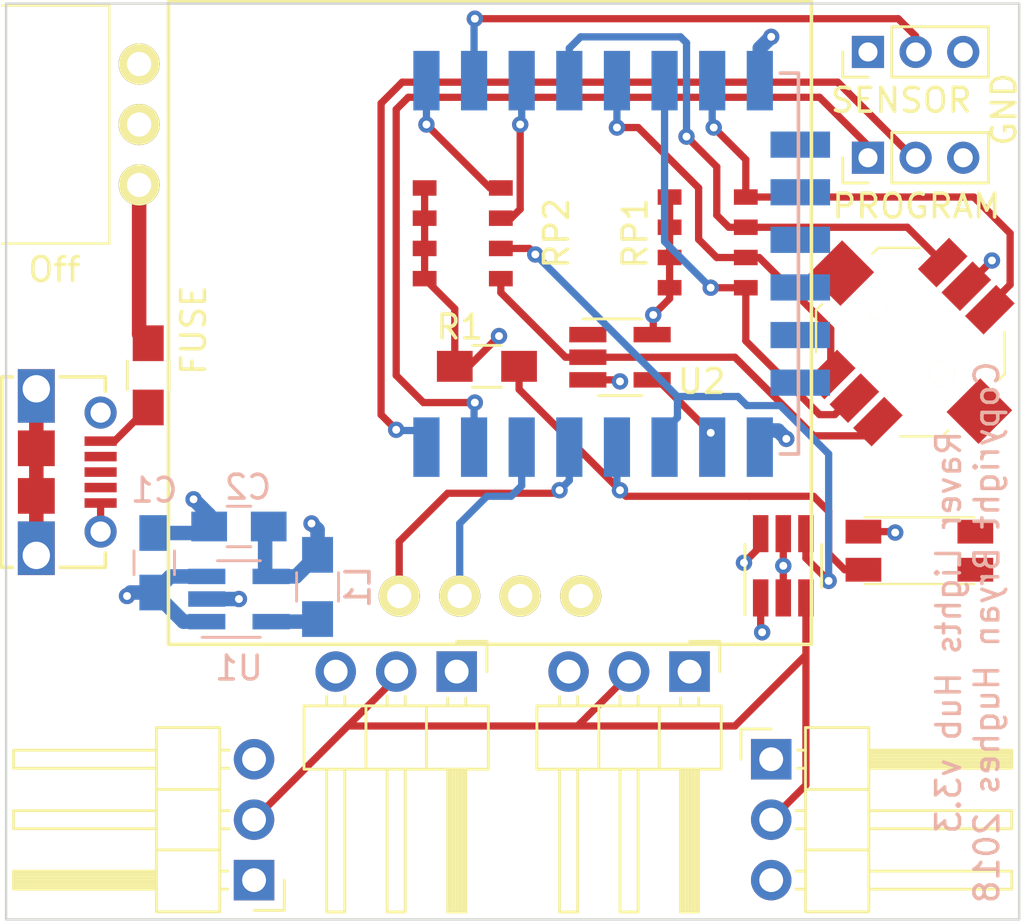
<source format=kicad_pcb>
(kicad_pcb (version 4) (host pcbnew 4.0.7)

  (general
    (links 75)
    (no_connects 0)
    (area 89.4366 102.182837 141.57021 143.2874)
    (thickness 1.6)
    (drawings 10)
    (tracks 213)
    (zones 0)
    (modules 22)
    (nets 23)
  )

  (page A)
  (layers
    (0 F.Cu signal)
    (1 Ground.Plane power hide)
    (2 Power.Plane power hide)
    (31 B.Cu signal)
    (32 B.Adhes user)
    (33 F.Adhes user)
    (34 B.Paste user)
    (35 F.Paste user)
    (36 B.SilkS user)
    (37 F.SilkS user)
    (38 B.Mask user)
    (39 F.Mask user)
    (40 Dwgs.User user)
    (41 Cmts.User user)
    (42 Eco1.User user)
    (43 Eco2.User user)
    (44 Edge.Cuts user)
    (45 Margin user)
    (46 B.CrtYd user)
    (47 F.CrtYd user)
    (48 B.Fab user)
    (49 F.Fab user)
  )

  (setup
    (last_trace_width 0.3048)
    (user_trace_width 0.1524)
    (user_trace_width 0.3048)
    (user_trace_width 0.6096)
    (user_trace_width 1.2192)
    (trace_clearance 0.1524)
    (zone_clearance 0.508)
    (zone_45_only no)
    (trace_min 0.1524)
    (segment_width 0.2)
    (edge_width 0.1)
    (via_size 0.6858)
    (via_drill 0.3302)
    (via_min_size 0.6858)
    (via_min_drill 0.3302)
    (uvia_size 0.762)
    (uvia_drill 0.508)
    (uvias_allowed no)
    (uvia_min_size 0)
    (uvia_min_drill 0)
    (pcb_text_width 0.3)
    (pcb_text_size 1.5 1.5)
    (mod_edge_width 0.15)
    (mod_text_size 1 1)
    (mod_text_width 0.15)
    (pad_size 1.35 1.35)
    (pad_drill 0.8)
    (pad_to_mask_clearance 0.0508)
    (aux_axis_origin 0 0)
    (grid_origin 175.2 118.4)
    (visible_elements FFFFFF7F)
    (pcbplotparams
      (layerselection 0x00030_80000001)
      (usegerberextensions false)
      (excludeedgelayer true)
      (linewidth 0.100000)
      (plotframeref false)
      (viasonmask false)
      (mode 1)
      (useauxorigin false)
      (hpglpennumber 1)
      (hpglpenspeed 20)
      (hpglpendiameter 15)
      (hpglpenoverlay 2)
      (psnegative false)
      (psa4output false)
      (plotreference true)
      (plotvalue true)
      (plotinvisibletext false)
      (padsonsilk false)
      (subtractmaskfromsilk false)
      (outputformat 1)
      (mirror false)
      (drillshape 0)
      (scaleselection 1)
      (outputdirectory ""))
  )

  (net 0 "")
  (net 1 "Net-(L1-Pad1)")
  (net 2 "Net-(P4-Pad1)")
  (net 3 "Net-(P4-Pad2)")
  (net 4 GND)
  (net 5 +5V)
  (net 6 "Net-(J1-Pad2)")
  (net 7 "Net-(F0-Pad1)")
  (net 8 "Net-(F0-Pad2)")
  (net 9 "Net-(R1-Pad2)")
  (net 10 "Net-(RP1-Pad4)")
  (net 11 "Net-(RP1-Pad2)")
  (net 12 "Net-(RP1-Pad1)")
  (net 13 "Net-(U3-Pad13)")
  (net 14 "Net-(U3-Pad14)")
  (net 15 VCC)
  (net 16 "Net-(J5-Pad2)")
  (net 17 "Net-(RP2-Pad4)")
  (net 18 "Net-(RP2-Pad3)")
  (net 19 "Net-(RP2-Pad2)")
  (net 20 "Net-(RP2-Pad1)")
  (net 21 "Net-(RP1-Pad3)")
  (net 22 "Net-(U2-Pad4)")

  (net_class Default "This is the default net class."
    (clearance 0.1524)
    (trace_width 0.1524)
    (via_dia 0.6858)
    (via_drill 0.3302)
    (uvia_dia 0.762)
    (uvia_drill 0.508)
    (add_net +5V)
    (add_net GND)
    (add_net "Net-(F0-Pad1)")
    (add_net "Net-(F0-Pad2)")
    (add_net "Net-(J1-Pad2)")
    (add_net "Net-(J5-Pad2)")
    (add_net "Net-(L1-Pad1)")
    (add_net "Net-(P4-Pad1)")
    (add_net "Net-(P4-Pad2)")
    (add_net "Net-(R1-Pad2)")
    (add_net "Net-(RP1-Pad1)")
    (add_net "Net-(RP1-Pad2)")
    (add_net "Net-(RP1-Pad3)")
    (add_net "Net-(RP1-Pad4)")
    (add_net "Net-(RP2-Pad1)")
    (add_net "Net-(RP2-Pad2)")
    (add_net "Net-(RP2-Pad3)")
    (add_net "Net-(RP2-Pad4)")
    (add_net "Net-(U2-Pad4)")
    (add_net "Net-(U3-Pad13)")
    (add_net "Net-(U3-Pad14)")
    (add_net VCC)
  )

  (module nebrius-lcd:DIY-OLED-0.96 (layer F.Cu) (tedit 5A5BB1FA) (tstamp 5A5ABD73)
    (at 114.24 130.084 180)
    (path /5898EB2B)
    (fp_text reference U4 (at 0 7.62 180) (layer F.SilkS) hide
      (effects (font (size 1 1) (thickness 0.15)))
    )
    (fp_text value DIY-OLED-0.96 (at 0 5.08 180) (layer F.Fab) hide
      (effects (font (size 1 1) (thickness 0.15)))
    )
    (fp_line (start -13.5 27) (end -13.5 0) (layer F.SilkS) (width 0.15))
    (fp_line (start 13.5 27) (end -13.5 27) (layer F.SilkS) (width 0.15))
    (fp_line (start 13.5 0) (end 13.5 27) (layer F.SilkS) (width 0.15))
    (fp_line (start 13.5 0) (end -13.5 0) (layer F.SilkS) (width 0.15))
    (pad 1 thru_hole circle (at -3.81 2.032 180) (size 1.7272 1.7272) (drill 1.016) (layers *.Cu *.Mask F.SilkS)
      (net 15 VCC))
    (pad 2 thru_hole circle (at -1.27 2.032 180) (size 1.7272 1.7272) (drill 1.016) (layers *.Cu *.Mask F.SilkS)
      (net 4 GND))
    (pad 3 thru_hole circle (at 1.27 2.032 180) (size 1.7272 1.7272) (drill 1.016) (layers *.Cu *.Mask F.SilkS)
      (net 14 "Net-(U3-Pad14)"))
    (pad 4 thru_hole circle (at 3.81 2.032 180) (size 1.7272 1.7272) (drill 1.016) (layers *.Cu *.Mask F.SilkS)
      (net 13 "Net-(U3-Pad13)"))
  )

  (module Capacitors_SMD:C_0805_HandSoldering (layer B.Cu) (tedit 5AB170B4) (tstamp 58D4AE15)
    (at 100.143 126.655 90)
    (descr "Capacitor SMD 0805, hand soldering")
    (tags "capacitor 0805")
    (path /57A0E3BE)
    (attr smd)
    (fp_text reference C1 (at 3.048 0 180) (layer B.SilkS)
      (effects (font (size 1 1) (thickness 0.15)) (justify mirror))
    )
    (fp_text value 4.7uF (at -8.2 -0.4 90) (layer B.Fab) hide
      (effects (font (size 1 1) (thickness 0.15)) (justify mirror))
    )
    (fp_line (start -1 -0.62) (end -1 0.62) (layer B.Fab) (width 0.1))
    (fp_line (start 1 -0.62) (end -1 -0.62) (layer B.Fab) (width 0.1))
    (fp_line (start 1 0.62) (end 1 -0.62) (layer B.Fab) (width 0.1))
    (fp_line (start -1 0.62) (end 1 0.62) (layer B.Fab) (width 0.1))
    (fp_line (start 0.5 0.85) (end -0.5 0.85) (layer B.SilkS) (width 0.12))
    (fp_line (start -0.5 -0.85) (end 0.5 -0.85) (layer B.SilkS) (width 0.12))
    (fp_line (start -2.25 0.88) (end 2.25 0.88) (layer B.CrtYd) (width 0.05))
    (fp_line (start -2.25 0.88) (end -2.25 -0.87) (layer B.CrtYd) (width 0.05))
    (fp_line (start 2.25 -0.87) (end 2.25 0.88) (layer B.CrtYd) (width 0.05))
    (fp_line (start 2.25 -0.87) (end -2.25 -0.87) (layer B.CrtYd) (width 0.05))
    (pad 1 smd rect (at -1.25 0 90) (size 1.5 1.25) (layers B.Cu B.Paste B.Mask)
      (net 5 +5V))
    (pad 2 smd rect (at 1.25 0 90) (size 1.5 1.25) (layers B.Cu B.Paste B.Mask)
      (net 4 GND))
    (model Capacitors_SMD.3dshapes/C_0805.wrl
      (at (xyz 0 0 0))
      (scale (xyz 1 1 1))
      (rotate (xyz 0 0 0))
    )
  )

  (module Capacitors_SMD:C_0805_HandSoldering (layer B.Cu) (tedit 5AB170B0) (tstamp 58D4AE26)
    (at 103.699 125.131 180)
    (descr "Capacitor SMD 0805, hand soldering")
    (tags "capacitor 0805")
    (path /57A0E396)
    (attr smd)
    (fp_text reference C2 (at 0 1.75 180) (layer B.SilkS) hide
      (effects (font (size 1 1) (thickness 0.15)) (justify mirror))
    )
    (fp_text value 10uF (at 7 -5.8 180) (layer B.Fab) hide
      (effects (font (size 1 1) (thickness 0.15)) (justify mirror))
    )
    (fp_text user %R (at -0.381 1.651 180) (layer B.SilkS)
      (effects (font (size 1 1) (thickness 0.15)) (justify mirror))
    )
    (fp_line (start -1 -0.62) (end -1 0.62) (layer B.Fab) (width 0.1))
    (fp_line (start 1 -0.62) (end -1 -0.62) (layer B.Fab) (width 0.1))
    (fp_line (start 1 0.62) (end 1 -0.62) (layer B.Fab) (width 0.1))
    (fp_line (start -1 0.62) (end 1 0.62) (layer B.Fab) (width 0.1))
    (fp_line (start 0.5 0.85) (end -0.5 0.85) (layer B.SilkS) (width 0.12))
    (fp_line (start -0.5 -0.85) (end 0.5 -0.85) (layer B.SilkS) (width 0.12))
    (fp_line (start -2.25 0.88) (end 2.25 0.88) (layer B.CrtYd) (width 0.05))
    (fp_line (start -2.25 0.88) (end -2.25 -0.87) (layer B.CrtYd) (width 0.05))
    (fp_line (start 2.25 -0.87) (end 2.25 0.88) (layer B.CrtYd) (width 0.05))
    (fp_line (start 2.25 -0.87) (end -2.25 -0.87) (layer B.CrtYd) (width 0.05))
    (pad 1 smd rect (at -1.25 0 180) (size 1.5 1.25) (layers B.Cu B.Paste B.Mask)
      (net 15 VCC))
    (pad 2 smd rect (at 1.25 0 180) (size 1.5 1.25) (layers B.Cu B.Paste B.Mask)
      (net 4 GND))
    (model Capacitors_SMD.3dshapes/C_0805.wrl
      (at (xyz 0 0 0))
      (scale (xyz 1 1 1))
      (rotate (xyz 0 0 0))
    )
  )

  (module Resistors_SMD:R_0805_HandSoldering (layer B.Cu) (tedit 58D85A48) (tstamp 58D4AE37)
    (at 107.001 127.671 90)
    (descr "Resistor SMD 0805, hand soldering")
    (tags "resistor 0805")
    (path /57A0E1B1)
    (attr smd)
    (fp_text reference L1 (at 0 1.7 90) (layer B.SilkS)
      (effects (font (size 1 1) (thickness 0.15)) (justify mirror))
    )
    (fp_text value 2.2uH (at -4 -9.6 90) (layer B.Fab) hide
      (effects (font (size 1 1) (thickness 0.15)) (justify mirror))
    )
    (fp_text user %R (at 0 1.7 90) (layer B.SilkS)
      (effects (font (size 1 1) (thickness 0.15)) (justify mirror))
    )
    (fp_line (start -1 -0.62) (end -1 0.62) (layer B.Fab) (width 0.1))
    (fp_line (start 1 -0.62) (end -1 -0.62) (layer B.Fab) (width 0.1))
    (fp_line (start 1 0.62) (end 1 -0.62) (layer B.Fab) (width 0.1))
    (fp_line (start -1 0.62) (end 1 0.62) (layer B.Fab) (width 0.1))
    (fp_line (start 0.6 -0.88) (end -0.6 -0.88) (layer B.SilkS) (width 0.12))
    (fp_line (start -0.6 0.88) (end 0.6 0.88) (layer B.SilkS) (width 0.12))
    (fp_line (start -2.35 0.9) (end 2.35 0.9) (layer B.CrtYd) (width 0.05))
    (fp_line (start -2.35 0.9) (end -2.35 -0.9) (layer B.CrtYd) (width 0.05))
    (fp_line (start 2.35 -0.9) (end 2.35 0.9) (layer B.CrtYd) (width 0.05))
    (fp_line (start 2.35 -0.9) (end -2.35 -0.9) (layer B.CrtYd) (width 0.05))
    (pad 1 smd rect (at -1.35 0 90) (size 1.5 1.3) (layers B.Cu B.Paste B.Mask)
      (net 1 "Net-(L1-Pad1)"))
    (pad 2 smd rect (at 1.35 0 90) (size 1.5 1.3) (layers B.Cu B.Paste B.Mask)
      (net 15 VCC))
    (model Resistors_SMD.3dshapes/R_0805.wrl
      (at (xyz 0 0 0))
      (scale (xyz 1 1 1))
      (rotate (xyz 0 0 0))
    )
  )

  (module Pin_Headers:Pin_Header_Straight_1x03_Pitch2.00mm (layer F.Cu) (tedit 58D85B6E) (tstamp 58D4AE6E)
    (at 130.115 109.637 90)
    (descr "Through hole straight pin header, 1x03, 2.00mm pitch, single row")
    (tags "Through hole pin header THT 1x03 2.00mm single row")
    (path /584F7038)
    (fp_text reference P4 (at 0 -2.06 90) (layer F.SilkS) hide
      (effects (font (size 1 1) (thickness 0.15)))
    )
    (fp_text value SERIAL (at -0.162 6.164 90) (layer F.Fab) hide
      (effects (font (size 1 1) (thickness 0.15)))
    )
    (fp_line (start -1 -1) (end -1 5) (layer F.Fab) (width 0.1))
    (fp_line (start -1 5) (end 1 5) (layer F.Fab) (width 0.1))
    (fp_line (start 1 5) (end 1 -1) (layer F.Fab) (width 0.1))
    (fp_line (start 1 -1) (end -1 -1) (layer F.Fab) (width 0.1))
    (fp_line (start -1.06 1) (end -1.06 5.06) (layer F.SilkS) (width 0.12))
    (fp_line (start -1.06 5.06) (end 1.06 5.06) (layer F.SilkS) (width 0.12))
    (fp_line (start 1.06 5.06) (end 1.06 1) (layer F.SilkS) (width 0.12))
    (fp_line (start 1.06 1) (end -1.06 1) (layer F.SilkS) (width 0.12))
    (fp_line (start -1.06 0) (end -1.06 -1.06) (layer F.SilkS) (width 0.12))
    (fp_line (start -1.06 -1.06) (end 0 -1.06) (layer F.SilkS) (width 0.12))
    (fp_line (start -1.5 -1.5) (end -1.5 5.5) (layer F.CrtYd) (width 0.05))
    (fp_line (start -1.5 5.5) (end 1.5 5.5) (layer F.CrtYd) (width 0.05))
    (fp_line (start 1.5 5.5) (end 1.5 -1.5) (layer F.CrtYd) (width 0.05))
    (fp_line (start 1.5 -1.5) (end -1.5 -1.5) (layer F.CrtYd) (width 0.05))
    (fp_text user %R (at 0 -2.06 90) (layer F.Fab) hide
      (effects (font (size 1 1) (thickness 0.15)))
    )
    (pad 1 thru_hole rect (at 0 0 90) (size 1.35 1.35) (drill 0.8) (layers *.Cu *.Mask)
      (net 2 "Net-(P4-Pad1)"))
    (pad 2 thru_hole oval (at 0 2 90) (size 1.35 1.35) (drill 0.8) (layers *.Cu *.Mask)
      (net 3 "Net-(P4-Pad2)"))
    (pad 3 thru_hole oval (at 0 4 90) (size 1.35 1.35) (drill 0.8) (layers *.Cu *.Mask)
      (net 4 GND))
    (model ${KISYS3DMOD}/Pin_Headers.3dshapes/Pin_Header_Straight_1x03_Pitch2.00mm.wrl
      (at (xyz 0 0 0))
      (scale (xyz 1 1 1))
      (rotate (xyz 0 0 0))
    )
  )

  (module CL-SA-12C:CL-SA-12C4 (layer F.Cu) (tedit 58D85B54) (tstamp 58D4AECC)
    (at 99.508 108.24 270)
    (path /57A0DADD)
    (fp_text reference SW1 (at 0.25 3.5 270) (layer F.SilkS) hide
      (effects (font (size 1 1) (thickness 0.15)))
    )
    (fp_text value Switch_SPDT_x2 (at 0 6.75 270) (layer F.Fab) hide
      (effects (font (size 1 1) (thickness 0.15)))
    )
    (fp_line (start -5 5.75) (end -5 1.25) (layer F.SilkS) (width 0.1))
    (fp_line (start 5 1.25) (end 5 5.75) (layer F.SilkS) (width 0.1))
    (fp_line (start 5 5.75) (end -5 5.75) (layer F.CrtYd) (width 0.1))
    (fp_line (start -5 1.25) (end 5 1.25) (layer F.SilkS) (width 0.1))
    (pad 2 thru_hole circle (at 0 0 270) (size 1.7272 1.7272) (drill 1.016) (layers *.Cu *.Mask F.SilkS)
      (net 5 +5V))
    (pad 1 thru_hole circle (at -2.54 0 270) (size 1.7272 1.7272) (drill 1.016) (layers *.Cu *.Mask F.SilkS))
    (pad 3 thru_hole circle (at 2.54 0 270) (size 1.7272 1.7272) (drill 1.016) (layers *.Cu *.Mask F.SilkS)
      (net 7 "Net-(F0-Pad1)"))
  )

  (module nebrius-switch:KMR641NG (layer F.Cu) (tedit 5A5BB278) (tstamp 5A5ABD27)
    (at 132.274 126.147 180)
    (path /59611BF3)
    (fp_text reference SW2 (at -7.62 0.762 180) (layer F.SilkS) hide
      (effects (font (size 1 1) (thickness 0.15)))
    )
    (fp_text value Switch_DPST (at 0 -4.75 180) (layer F.Fab) hide
      (effects (font (size 1 1) (thickness 0.15)))
    )
    (fp_line (start -2.3 1.4) (end 2.3 1.4) (layer F.SilkS) (width 0.1))
    (fp_line (start -2.3 -1.4) (end 2.3 -1.4) (layer F.SilkS) (width 0.1))
    (pad 1 smd rect (at -2.35 -0.8 180) (size 1.5 1) (layers F.Cu F.Paste F.Mask))
    (pad 2 smd rect (at -2.35 0.8 180) (size 1.5 1) (layers F.Cu F.Paste F.Mask))
    (pad 3 smd rect (at 2.35 -0.8 180) (size 1.5 1) (layers F.Cu F.Paste F.Mask)
      (net 9 "Net-(R1-Pad2)"))
    (pad 4 smd rect (at 2.35 0.8 180) (size 1.5 1) (layers F.Cu F.Paste F.Mask)
      (net 4 GND))
  )

  (module ESP8266:ESP-12E_SMD (layer B.Cu) (tedit 5A5BB1F4) (tstamp 5A5ABD46)
    (at 111.573 107.097 270)
    (descr "Module, ESP-8266, ESP-12, 16 pad, SMD")
    (tags "Module ESP-8266 ESP8266")
    (path /58977E50)
    (fp_text reference U3 (at 8.89 -6.35 360) (layer B.SilkS) hide
      (effects (font (size 1 1) (thickness 0.15)) (justify mirror))
    )
    (fp_text value ESP-12E (at 5.08 -6.35 540) (layer B.Fab) hide
      (effects (font (size 1 1) (thickness 0.15)) (justify mirror))
    )
    (fp_line (start -2.25 0.5) (end -2.25 8.75) (layer B.CrtYd) (width 0.05))
    (fp_line (start -2.25 8.75) (end 15.25 8.75) (layer B.CrtYd) (width 0.05))
    (fp_line (start 15.25 8.75) (end 16.25 8.75) (layer B.CrtYd) (width 0.05))
    (fp_line (start 16.25 8.75) (end 16.25 -16) (layer B.CrtYd) (width 0.05))
    (fp_line (start 16.25 -16) (end -2.25 -16) (layer B.CrtYd) (width 0.05))
    (fp_line (start -2.25 -16) (end -2.25 0.5) (layer B.CrtYd) (width 0.05))
    (fp_line (start -1.016 8.382) (end 14.986 8.382) (layer B.CrtYd) (width 0.1524))
    (fp_line (start 14.986 8.382) (end 14.986 0.889) (layer B.CrtYd) (width 0.1524))
    (fp_line (start -1.016 8.382) (end -1.016 1.016) (layer B.CrtYd) (width 0.1524))
    (fp_line (start -1.016 -14.859) (end -1.016 -15.621) (layer B.SilkS) (width 0.1524))
    (fp_line (start -1.016 -15.621) (end 14.986 -15.621) (layer B.SilkS) (width 0.1524))
    (fp_line (start 14.986 -15.621) (end 14.986 -14.859) (layer B.SilkS) (width 0.1524))
    (fp_line (start 14.992 8.4) (end -1.008 2.6) (layer B.CrtYd) (width 0.1524))
    (fp_line (start -1.008 8.4) (end 14.992 2.6) (layer B.CrtYd) (width 0.1524))
    (fp_text user "No Copper" (at 6.892 5.4 270) (layer B.CrtYd)
      (effects (font (size 1 1) (thickness 0.15)) (justify mirror))
    )
    (fp_line (start -1.008 2.6) (end 14.992 2.6) (layer B.CrtYd) (width 0.1524))
    (fp_line (start 15 8.4) (end 15 -15.6) (layer B.Fab) (width 0.05))
    (fp_line (start 14.992 -15.6) (end -1.008 -15.6) (layer B.Fab) (width 0.05))
    (fp_line (start -1.008 -15.6) (end -1.008 8.4) (layer B.Fab) (width 0.05))
    (fp_line (start -1.008 8.4) (end 14.992 8.4) (layer B.Fab) (width 0.05))
    (pad 1 smd rect (at 0 0 270) (size 2.5 1.1) (drill (offset -0.7 0)) (layers B.Cu B.Paste B.Mask)
      (net 17 "Net-(RP2-Pad4)"))
    (pad 2 smd rect (at 0 -2 270) (size 2.5 1.1) (drill (offset -0.7 0)) (layers B.Cu B.Paste B.Mask)
      (net 16 "Net-(J5-Pad2)"))
    (pad 3 smd rect (at 0 -4 270) (size 2.5 1.1) (drill (offset -0.7 0)) (layers B.Cu B.Paste B.Mask)
      (net 18 "Net-(RP2-Pad3)"))
    (pad 4 smd rect (at 0 -6 270) (size 2.5 1.1) (drill (offset -0.7 0)) (layers B.Cu B.Paste B.Mask)
      (net 21 "Net-(RP1-Pad3)"))
    (pad 5 smd rect (at 0 -8 270) (size 2.5 1.1) (drill (offset -0.7 0)) (layers B.Cu B.Paste B.Mask)
      (net 11 "Net-(RP1-Pad2)"))
    (pad 6 smd rect (at 0 -10 270) (size 2.5 1.1) (drill (offset -0.7 0)) (layers B.Cu B.Paste B.Mask)
      (net 12 "Net-(RP1-Pad1)"))
    (pad 7 smd rect (at 0 -12 270) (size 2.5 1.1) (drill (offset -0.7 0)) (layers B.Cu B.Paste B.Mask)
      (net 10 "Net-(RP1-Pad4)"))
    (pad 8 smd rect (at 0 -14 270) (size 2.5 1.1) (drill (offset -0.7 0)) (layers B.Cu B.Paste B.Mask)
      (net 15 VCC))
    (pad 9 smd rect (at 14 -14 270) (size 2.5 1.1) (drill (offset 0.7 0)) (layers B.Cu B.Paste B.Mask)
      (net 4 GND))
    (pad 10 smd rect (at 14 -12 270) (size 2.5 1.1) (drill (offset 0.7 0)) (layers B.Cu B.Paste B.Mask)
      (net 22 "Net-(U2-Pad4)"))
    (pad 11 smd rect (at 14 -10 270) (size 2.5 1.1) (drill (offset 0.7 0)) (layers B.Cu B.Paste B.Mask)
      (net 19 "Net-(RP2-Pad2)"))
    (pad 12 smd rect (at 14 -8 270) (size 2.5 1.1) (drill (offset 0.7 0)) (layers B.Cu B.Paste B.Mask)
      (net 9 "Net-(R1-Pad2)"))
    (pad 13 smd rect (at 14 -6 270) (size 2.5 1.1) (drill (offset 0.7 0)) (layers B.Cu B.Paste B.Mask)
      (net 13 "Net-(U3-Pad13)"))
    (pad 14 smd rect (at 14 -4 270) (size 2.5 1.1) (drill (offset 0.7 0)) (layers B.Cu B.Paste B.Mask)
      (net 14 "Net-(U3-Pad14)"))
    (pad 15 smd rect (at 14 -2 270) (size 2.5 1.1) (drill (offset 0.7 0)) (layers B.Cu B.Paste B.Mask)
      (net 2 "Net-(P4-Pad1)"))
    (pad 16 smd rect (at 14 0 270) (size 2.5 1.1) (drill (offset 0.7 0)) (layers B.Cu B.Paste B.Mask)
      (net 3 "Net-(P4-Pad2)"))
    (pad 17 smd rect (at 1.99 -15 180) (size 2.5 1.1) (drill (offset -0.7 0)) (layers B.Cu B.Paste B.Mask))
    (pad 18 smd rect (at 3.99 -15 180) (size 2.5 1.1) (drill (offset -0.7 0)) (layers B.Cu B.Paste B.Mask))
    (pad 19 smd rect (at 5.99 -15 180) (size 2.5 1.1) (drill (offset -0.7 0)) (layers B.Cu B.Paste B.Mask))
    (pad 20 smd rect (at 7.99 -15 180) (size 2.5 1.1) (drill (offset -0.7 0)) (layers B.Cu B.Paste B.Mask))
    (pad 21 smd rect (at 9.99 -15 180) (size 2.5 1.1) (drill (offset -0.7 0)) (layers B.Cu B.Paste B.Mask))
    (pad 22 smd rect (at 11.99 -15 180) (size 2.5 1.1) (drill (offset -0.7 0)) (layers B.Cu B.Paste B.Mask))
    (model ${ESPLIB}/ESP8266.3dshapes/ESP-12.wrl
      (at (xyz 0 0 0))
      (scale (xyz 0.3937 0.3937 0.3937))
      (rotate (xyz 0 0 0))
    )
  )

  (module nebrius-switch:SF303GJ26 (layer F.Cu) (tedit 5A5BB218) (tstamp 5A5ABD7E)
    (at 131.893 117.384 45)
    (path /59534F8F)
    (fp_text reference U5 (at 0 7 45) (layer F.SilkS) hide
      (effects (font (size 1 1) (thickness 0.15)))
    )
    (fp_text value SF303GJ26 (at 7.543415 -6.106574 45) (layer F.Fab) hide
      (effects (font (size 1 1) (thickness 0.15)))
    )
    (fp_line (start -1.5 3.75) (end -1.85 3.75) (layer F.SilkS) (width 0.1))
    (fp_line (start -1.85 3.75) (end -3.1 2.5) (layer F.SilkS) (width 0.1))
    (fp_line (start 1.86 3.75) (end 3.1 2.5) (layer F.SilkS) (width 0.1))
    (fp_line (start 1.5 3.75) (end 1.85 3.75) (layer F.SilkS) (width 0.1))
    (fp_line (start 1.5 -3.75) (end 1.85 -3.75) (layer F.SilkS) (width 0.1))
    (fp_line (start 1.85 -3.75) (end 3.1 -2.5) (layer F.SilkS) (width 0.1))
    (fp_line (start -3.1 -2.5) (end -1.85 -3.75) (layer F.SilkS) (width 0.1))
    (fp_line (start -1.5 -3.75) (end -1.85 -3.75) (layer F.SilkS) (width 0.1))
    (pad "" smd rect (at 0 4.1 45) (size 2 1.9) (layers F.Cu F.Paste F.Mask))
    (pad "" smd rect (at 0 -4.1 45) (size 2 1.9) (layers F.Cu F.Paste F.Mask))
    (pad 6 smd rect (at 3.325 1.4 45) (size 1.85 1.1) (layers F.Cu F.Paste F.Mask)
      (net 10 "Net-(RP1-Pad4)"))
    (pad 5 smd rect (at 3.325 0 45) (size 1.85 1.1) (layers F.Cu F.Paste F.Mask)
      (net 4 GND))
    (pad 4 smd rect (at 3.325 -1.4 45) (size 1.85 1.1) (layers F.Cu F.Paste F.Mask)
      (net 21 "Net-(RP1-Pad3)"))
    (pad 3 smd rect (at -3.325 1.4 45) (size 1.85 1.1) (layers F.Cu F.Paste F.Mask)
      (net 20 "Net-(RP2-Pad1)"))
    (pad 2 smd rect (at -3.325 0 45) (size 1.85 1.1) (layers F.Cu F.Paste F.Mask)
      (net 12 "Net-(RP1-Pad1)"))
    (pad 1 smd rect (at -3.325 -1.4 45) (size 1.85 1.1) (layers F.Cu F.Paste F.Mask)
      (net 11 "Net-(RP1-Pad2)"))
    (pad "" np_thru_hole circle (at 0 -1.9 45) (size 0.75 0.75) (drill 0.75) (layers *.Cu *.Mask F.SilkS))
    (pad "" np_thru_hole circle (at 0 1.9 45) (size 1.05 1.05) (drill 1.05) (layers *.Cu *.Mask F.SilkS))
  )

  (module TO_SOT_Packages_SMD:SOT-23-6_Handsoldering (layer F.Cu) (tedit 5A6D1A18) (tstamp 5A6B6782)
    (at 126.559 126.782 90)
    (descr "6-pin SOT-23 package, Handsoldering")
    (tags "SOT-23-6 Handsoldering")
    (path /5A6B663C)
    (attr smd)
    (fp_text reference U7 (at 3.175 0 180) (layer F.SilkS) hide
      (effects (font (size 1 1) (thickness 0.15)))
    )
    (fp_text value SN74LVC1T45 (at 0 2.9 90) (layer F.Fab) hide
      (effects (font (size 1 1) (thickness 0.15)))
    )
    (fp_text user %R (at 0 0 180) (layer F.Fab)
      (effects (font (size 0.5 0.5) (thickness 0.075)))
    )
    (fp_line (start -0.9 1.61) (end 0.9 1.61) (layer F.SilkS) (width 0.12))
    (fp_line (start 0.9 -1.61) (end -2.05 -1.61) (layer F.SilkS) (width 0.12))
    (fp_line (start -2.4 1.8) (end -2.4 -1.8) (layer F.CrtYd) (width 0.05))
    (fp_line (start 2.4 1.8) (end -2.4 1.8) (layer F.CrtYd) (width 0.05))
    (fp_line (start 2.4 -1.8) (end 2.4 1.8) (layer F.CrtYd) (width 0.05))
    (fp_line (start -2.4 -1.8) (end 2.4 -1.8) (layer F.CrtYd) (width 0.05))
    (fp_line (start -0.9 -0.9) (end -0.25 -1.55) (layer F.Fab) (width 0.1))
    (fp_line (start 0.9 -1.55) (end -0.25 -1.55) (layer F.Fab) (width 0.1))
    (fp_line (start -0.9 -0.9) (end -0.9 1.55) (layer F.Fab) (width 0.1))
    (fp_line (start 0.9 1.55) (end -0.9 1.55) (layer F.Fab) (width 0.1))
    (fp_line (start 0.9 -1.55) (end 0.9 1.55) (layer F.Fab) (width 0.1))
    (pad 1 smd rect (at -1.35 -0.95 90) (size 1.56 0.65) (layers F.Cu F.Paste F.Mask)
      (net 5 +5V))
    (pad 2 smd rect (at -1.35 0 90) (size 1.56 0.65) (layers F.Cu F.Paste F.Mask)
      (net 4 GND))
    (pad 3 smd rect (at -1.35 0.95 90) (size 1.56 0.65) (layers F.Cu F.Paste F.Mask)
      (net 6 "Net-(J1-Pad2)"))
    (pad 4 smd rect (at 1.35 0.95 90) (size 1.56 0.65) (layers F.Cu F.Paste F.Mask)
      (net 19 "Net-(RP2-Pad2)"))
    (pad 6 smd rect (at 1.35 -0.95 90) (size 1.56 0.65) (layers F.Cu F.Paste F.Mask)
      (net 15 VCC))
    (pad 5 smd rect (at 1.35 0 90) (size 1.56 0.65) (layers F.Cu F.Paste F.Mask)
      (net 4 GND))
    (model ${KISYS3DMOD}/TO_SOT_Packages_SMD.3dshapes/SOT-23-6.wrl
      (at (xyz 0 0 0))
      (scale (xyz 1 1 1))
      (rotate (xyz 0 0 0))
    )
  )

  (module Resistors_SMD:R_0805_HandSoldering (layer F.Cu) (tedit 5A6D1996) (tstamp 5A6BC087)
    (at 99.889 118.781 270)
    (descr "Resistor SMD 0805, hand soldering")
    (tags "resistor 0805")
    (path /5A6BD755)
    (attr smd)
    (fp_text reference F0 (at 1.27 1.778 270) (layer F.SilkS) hide
      (effects (font (size 1 1) (thickness 0.15)))
    )
    (fp_text value Fuse (at 0 1.75 270) (layer F.Fab) hide
      (effects (font (size 1 1) (thickness 0.15)))
    )
    (fp_text user %R (at 0 0 270) (layer F.Fab)
      (effects (font (size 0.5 0.5) (thickness 0.075)))
    )
    (fp_line (start -1 0.62) (end -1 -0.62) (layer F.Fab) (width 0.1))
    (fp_line (start 1 0.62) (end -1 0.62) (layer F.Fab) (width 0.1))
    (fp_line (start 1 -0.62) (end 1 0.62) (layer F.Fab) (width 0.1))
    (fp_line (start -1 -0.62) (end 1 -0.62) (layer F.Fab) (width 0.1))
    (fp_line (start 0.6 0.88) (end -0.6 0.88) (layer F.SilkS) (width 0.12))
    (fp_line (start -0.6 -0.88) (end 0.6 -0.88) (layer F.SilkS) (width 0.12))
    (fp_line (start -2.35 -0.9) (end 2.35 -0.9) (layer F.CrtYd) (width 0.05))
    (fp_line (start -2.35 -0.9) (end -2.35 0.9) (layer F.CrtYd) (width 0.05))
    (fp_line (start 2.35 0.9) (end 2.35 -0.9) (layer F.CrtYd) (width 0.05))
    (fp_line (start 2.35 0.9) (end -2.35 0.9) (layer F.CrtYd) (width 0.05))
    (pad 1 smd rect (at -1.35 0 270) (size 1.5 1.3) (layers F.Cu F.Paste F.Mask)
      (net 7 "Net-(F0-Pad1)"))
    (pad 2 smd rect (at 1.35 0 270) (size 1.5 1.3) (layers F.Cu F.Paste F.Mask)
      (net 8 "Net-(F0-Pad2)"))
    (model ${KISYS3DMOD}/Resistors_SMD.3dshapes/R_0805.wrl
      (at (xyz 0 0 0))
      (scale (xyz 1 1 1))
      (rotate (xyz 0 0 0))
    )
  )

  (module nebrius-conn:10118194 (layer F.Cu) (tedit 5A73635F) (tstamp 5A5ABD45)
    (at 95.19 122.845 270)
    (path /5A5AABAF)
    (fp_text reference U0 (at 0.254 4.826 270) (layer F.SilkS) hide
      (effects (font (size 1 1) (thickness 0.15)))
    )
    (fp_text value 10118194 (at 0 -7.62 270) (layer F.Fab) hide
      (effects (font (size 1 1) (thickness 0.15)))
    )
    (fp_line (start 4 -2.9) (end 3.4 -2.9) (layer F.SilkS) (width 0.15))
    (fp_line (start -4 -2.9) (end -3.4 -2.9) (layer F.SilkS) (width 0.15))
    (fp_line (start 4 -1) (end 4 -2.9) (layer F.SilkS) (width 0.15))
    (fp_line (start -4 -1) (end -4 -2.9) (layer F.SilkS) (width 0.15))
    (fp_line (start -4 1.45) (end -4 1) (layer F.SilkS) (width 0.15))
    (fp_line (start 4 1.45) (end 4 1) (layer F.SilkS) (width 0.15))
    (fp_line (start 4 1.45) (end -4 1.45) (layer F.SilkS) (width 0.15))
    (pad 1 smd rect (at -1.3 -2.7 270) (size 0.4 1.35) (layers F.Cu F.Paste F.Mask)
      (net 8 "Net-(F0-Pad2)"))
    (pad 2 smd rect (at -0.65 -2.7 270) (size 0.4 1.35) (layers F.Cu F.Paste F.Mask))
    (pad 3 smd rect (at 0 -2.7 270) (size 0.4 1.35) (layers F.Cu F.Paste F.Mask))
    (pad 4 smd rect (at 0.65 -2.7 270) (size 0.4 1.35) (layers F.Cu F.Paste F.Mask))
    (pad 5 smd rect (at 1.3 -2.7 270) (size 0.4 1.35) (layers F.Cu F.Paste F.Mask)
      (net 4 GND))
    (pad 5 smd rect (at -1 0 270) (size 1.5 1.55) (layers F.Cu F.Paste F.Mask)
      (net 4 GND))
    (pad 5 smd rect (at 1 0 270) (size 1.5 1.55) (layers F.Cu F.Paste F.Mask)
      (net 4 GND))
    (pad 5 thru_hole circle (at -2.5 -2.7 270) (size 1.35 1.35) (drill 0.85) (layers *.Cu *.Mask)
      (net 4 GND))
    (pad 5 thru_hole circle (at 2.5 -2.7 270) (size 1.35 1.35) (drill 0.85) (layers *.Cu *.Mask)
      (net 4 GND))
    (pad 5 thru_hole rect (at -3.5 0 270) (size 2.25 1.55) (drill 1.15 (offset 0.3 0)) (layers *.Cu *.Mask)
      (net 4 GND))
    (pad 5 thru_hole rect (at 3.5 0 270) (size 2.25 1.55) (drill 1.15 (offset -0.3 0)) (layers *.Cu *.Mask)
      (net 4 GND))
  )

  (module nebrius-discrete:R_Array_Concave_4x2012.kicad_mod (layer F.Cu) (tedit 5AB16ACB) (tstamp 5AA5CBAA)
    (at 123.384 113.193 90)
    (path /59615F7B)
    (fp_text reference RP1 (at 0.381 -3.048 90) (layer F.SilkS)
      (effects (font (size 1 1) (thickness 0.15)))
    )
    (fp_text value 10k (at 0 -4.445 90) (layer F.Fab) hide
      (effects (font (size 1 1) (thickness 0.15)))
    )
    (fp_line (start 2.667 -1.778) (end 2.667 1.778) (layer F.Fab) (width 0.15))
    (fp_line (start -2.667 -1.651) (end -2.667 1.778) (layer F.Fab) (width 0.15))
    (pad 8 smd rect (at -1.905 -1.6 90) (size 0.65 1) (layers F.Cu F.Paste F.Mask)
      (net 15 VCC))
    (pad 7 smd rect (at -0.635 -1.6 90) (size 0.65 1) (layers F.Cu F.Paste F.Mask)
      (net 15 VCC))
    (pad 6 smd rect (at 0.635 -1.6 90) (size 0.65 1) (layers F.Cu F.Paste F.Mask)
      (net 15 VCC))
    (pad 5 smd rect (at 1.905 -1.6 90) (size 0.65 1) (layers F.Cu F.Paste F.Mask)
      (net 15 VCC))
    (pad 4 smd rect (at 1.905 1.6 90) (size 0.65 1) (layers F.Cu F.Paste F.Mask)
      (net 10 "Net-(RP1-Pad4)"))
    (pad 3 smd rect (at 0.635 1.6 90) (size 0.65 1) (layers F.Cu F.Paste F.Mask)
      (net 21 "Net-(RP1-Pad3)"))
    (pad 2 smd rect (at -0.635 1.6 90) (size 0.65 1) (layers F.Cu F.Paste F.Mask)
      (net 11 "Net-(RP1-Pad2)"))
    (pad 1 smd rect (at -1.906 1.6 90) (size 0.65 1) (layers F.Cu F.Paste F.Mask)
      (net 12 "Net-(RP1-Pad1)"))
  )

  (module Resistors_SMD:R_0805_HandSoldering (layer F.Cu) (tedit 5AB16ABC) (tstamp 5AB04E71)
    (at 114.113 118.4)
    (descr "Resistor SMD 0805, hand soldering")
    (tags "resistor 0805")
    (path /5AB1D5D2)
    (attr smd)
    (fp_text reference R1 (at -1.143 -1.651) (layer F.SilkS)
      (effects (font (size 1 1) (thickness 0.15)))
    )
    (fp_text value 1k (at 0 1.75) (layer F.Fab) hide
      (effects (font (size 1 1) (thickness 0.15)))
    )
    (fp_text user %R (at 0 0) (layer F.Fab)
      (effects (font (size 0.5 0.5) (thickness 0.075)))
    )
    (fp_line (start -1 0.62) (end -1 -0.62) (layer F.Fab) (width 0.1))
    (fp_line (start 1 0.62) (end -1 0.62) (layer F.Fab) (width 0.1))
    (fp_line (start 1 -0.62) (end 1 0.62) (layer F.Fab) (width 0.1))
    (fp_line (start -1 -0.62) (end 1 -0.62) (layer F.Fab) (width 0.1))
    (fp_line (start 0.6 0.88) (end -0.6 0.88) (layer F.SilkS) (width 0.12))
    (fp_line (start -0.6 -0.88) (end 0.6 -0.88) (layer F.SilkS) (width 0.12))
    (fp_line (start -2.35 -0.9) (end 2.35 -0.9) (layer F.CrtYd) (width 0.05))
    (fp_line (start -2.35 -0.9) (end -2.35 0.9) (layer F.CrtYd) (width 0.05))
    (fp_line (start 2.35 0.9) (end 2.35 -0.9) (layer F.CrtYd) (width 0.05))
    (fp_line (start 2.35 0.9) (end -2.35 0.9) (layer F.CrtYd) (width 0.05))
    (pad 1 smd rect (at -1.35 0) (size 1.5 1.3) (layers F.Cu F.Paste F.Mask)
      (net 15 VCC))
    (pad 2 smd rect (at 1.35 0) (size 1.5 1.3) (layers F.Cu F.Paste F.Mask)
      (net 9 "Net-(R1-Pad2)"))
    (model ${KISYS3DMOD}/Resistors_SMD.3dshapes/R_0805.wrl
      (at (xyz 0 0 0))
      (scale (xyz 1 1 1))
      (rotate (xyz 0 0 0))
    )
  )

  (module Pin_Headers:Pin_Header_Straight_1x03_Pitch2.00mm (layer F.Cu) (tedit 5AB15D19) (tstamp 5AB156C0)
    (at 130.115 105.192 90)
    (descr "Through hole straight pin header, 1x03, 2.00mm pitch, single row")
    (tags "Through hole pin header THT 1x03 2.00mm single row")
    (path /5AB1617F)
    (fp_text reference J5 (at 0 -2.06 90) (layer F.SilkS) hide
      (effects (font (size 1 1) (thickness 0.15)))
    )
    (fp_text value Sensor (at 0 6.06 90) (layer F.Fab) hide
      (effects (font (size 1 1) (thickness 0.15)))
    )
    (fp_line (start -0.5 -1) (end 1 -1) (layer F.Fab) (width 0.1))
    (fp_line (start 1 -1) (end 1 5) (layer F.Fab) (width 0.1))
    (fp_line (start 1 5) (end -1 5) (layer F.Fab) (width 0.1))
    (fp_line (start -1 5) (end -1 -0.5) (layer F.Fab) (width 0.1))
    (fp_line (start -1 -0.5) (end -0.5 -1) (layer F.Fab) (width 0.1))
    (fp_line (start -1.06 5.06) (end 1.06 5.06) (layer F.SilkS) (width 0.12))
    (fp_line (start -1.06 1) (end -1.06 5.06) (layer F.SilkS) (width 0.12))
    (fp_line (start 1.06 1) (end 1.06 5.06) (layer F.SilkS) (width 0.12))
    (fp_line (start -1.06 1) (end 1.06 1) (layer F.SilkS) (width 0.12))
    (fp_line (start -1.06 0) (end -1.06 -1.06) (layer F.SilkS) (width 0.12))
    (fp_line (start -1.06 -1.06) (end 0 -1.06) (layer F.SilkS) (width 0.12))
    (fp_line (start -1.5 -1.5) (end -1.5 5.5) (layer F.CrtYd) (width 0.05))
    (fp_line (start -1.5 5.5) (end 1.5 5.5) (layer F.CrtYd) (width 0.05))
    (fp_line (start 1.5 5.5) (end 1.5 -1.5) (layer F.CrtYd) (width 0.05))
    (fp_line (start 1.5 -1.5) (end -1.5 -1.5) (layer F.CrtYd) (width 0.05))
    (fp_text user %R (at 0 2 180) (layer F.Fab) hide
      (effects (font (size 1 1) (thickness 0.15)))
    )
    (pad 1 thru_hole rect (at 0 0 90) (size 1.35 1.35) (drill 0.8) (layers *.Cu *.Mask)
      (net 15 VCC))
    (pad 2 thru_hole oval (at 0 2 90) (size 1.35 1.35) (drill 0.8) (layers *.Cu *.Mask)
      (net 16 "Net-(J5-Pad2)"))
    (pad 3 thru_hole oval (at 0 4 90) (size 1.35 1.35) (drill 0.8) (layers *.Cu *.Mask)
      (net 4 GND))
    (model ${KISYS3DMOD}/Pin_Headers.3dshapes/Pin_Header_Straight_1x03_Pitch2.00mm.wrl
      (at (xyz 0 0 0))
      (scale (xyz 1 1 1))
      (rotate (xyz 0 0 0))
    )
  )

  (module nebrius-discrete:R_Array_Concave_4x2012.kicad_mod (layer F.Cu) (tedit 5AB15D0B) (tstamp 5AB15701)
    (at 113.097 112.812 90)
    (path /5AB1C1CF)
    (fp_text reference RP2 (at 0 3.937 90) (layer F.SilkS)
      (effects (font (size 1 1) (thickness 0.15)))
    )
    (fp_text value 10k (at 0 -4.445 90) (layer F.Fab) hide
      (effects (font (size 1 1) (thickness 0.15)))
    )
    (fp_line (start 2.667 -1.778) (end 2.667 1.778) (layer F.Fab) (width 0.15))
    (fp_line (start -2.667 -1.651) (end -2.667 1.778) (layer F.Fab) (width 0.15))
    (pad 8 smd rect (at -1.905 -1.6 90) (size 0.65 1) (layers F.Cu F.Paste F.Mask)
      (net 15 VCC))
    (pad 7 smd rect (at -0.635 -1.6 90) (size 0.65 1) (layers F.Cu F.Paste F.Mask)
      (net 15 VCC))
    (pad 6 smd rect (at 0.635 -1.6 90) (size 0.65 1) (layers F.Cu F.Paste F.Mask)
      (net 15 VCC))
    (pad 5 smd rect (at 1.905 -1.6 90) (size 0.65 1) (layers F.Cu F.Paste F.Mask)
      (net 15 VCC))
    (pad 4 smd rect (at 1.905 1.6 90) (size 0.65 1) (layers F.Cu F.Paste F.Mask)
      (net 17 "Net-(RP2-Pad4)"))
    (pad 3 smd rect (at 0.635 1.6 90) (size 0.65 1) (layers F.Cu F.Paste F.Mask)
      (net 18 "Net-(RP2-Pad3)"))
    (pad 2 smd rect (at -0.635 1.6 90) (size 0.65 1) (layers F.Cu F.Paste F.Mask)
      (net 19 "Net-(RP2-Pad2)"))
    (pad 1 smd rect (at -1.906 1.6 90) (size 0.65 1) (layers F.Cu F.Paste F.Mask)
      (net 20 "Net-(RP2-Pad1)"))
  )

  (module TO_SOT_Packages_SMD:SOT-23-5_HandSoldering (layer F.Cu) (tedit 5AB16AC3) (tstamp 5AB15702)
    (at 119.701 118.019)
    (descr "5-pin SOT23 package")
    (tags "SOT-23-5 hand-soldering")
    (path /5AB191E4)
    (attr smd)
    (fp_text reference U2 (at 3.429 1.016) (layer F.SilkS)
      (effects (font (size 1 1) (thickness 0.15)))
    )
    (fp_text value 74AUP1G14 (at 0 2.9) (layer F.Fab) hide
      (effects (font (size 1 1) (thickness 0.15)))
    )
    (fp_text user %R (at 0 0 90) (layer F.Fab) hide
      (effects (font (size 0.5 0.5) (thickness 0.075)))
    )
    (fp_line (start -0.9 1.61) (end 0.9 1.61) (layer F.SilkS) (width 0.12))
    (fp_line (start 0.9 -1.61) (end -1.55 -1.61) (layer F.SilkS) (width 0.12))
    (fp_line (start -0.9 -0.9) (end -0.25 -1.55) (layer F.Fab) (width 0.1))
    (fp_line (start 0.9 -1.55) (end -0.25 -1.55) (layer F.Fab) (width 0.1))
    (fp_line (start -0.9 -0.9) (end -0.9 1.55) (layer F.Fab) (width 0.1))
    (fp_line (start 0.9 1.55) (end -0.9 1.55) (layer F.Fab) (width 0.1))
    (fp_line (start 0.9 -1.55) (end 0.9 1.55) (layer F.Fab) (width 0.1))
    (fp_line (start -2.38 -1.8) (end 2.38 -1.8) (layer F.CrtYd) (width 0.05))
    (fp_line (start -2.38 -1.8) (end -2.38 1.8) (layer F.CrtYd) (width 0.05))
    (fp_line (start 2.38 1.8) (end 2.38 -1.8) (layer F.CrtYd) (width 0.05))
    (fp_line (start 2.38 1.8) (end -2.38 1.8) (layer F.CrtYd) (width 0.05))
    (pad 1 smd rect (at -1.35 -0.95) (size 1.56 0.65) (layers F.Cu F.Paste F.Mask))
    (pad 2 smd rect (at -1.35 0) (size 1.56 0.65) (layers F.Cu F.Paste F.Mask)
      (net 20 "Net-(RP2-Pad1)"))
    (pad 3 smd rect (at -1.35 0.95) (size 1.56 0.65) (layers F.Cu F.Paste F.Mask)
      (net 4 GND))
    (pad 4 smd rect (at 1.35 0.95) (size 1.56 0.65) (layers F.Cu F.Paste F.Mask)
      (net 22 "Net-(U2-Pad4)"))
    (pad 5 smd rect (at 1.35 -0.95) (size 1.56 0.65) (layers F.Cu F.Paste F.Mask)
      (net 15 VCC))
    (model ${KISYS3DMOD}/TO_SOT_Packages_SMD.3dshapes\SOT-23-5.wrl
      (at (xyz 0 0 0))
      (scale (xyz 1 1 1))
      (rotate (xyz 0 0 0))
    )
  )

  (module Pin_Headers:Pin_Header_Angled_1x03_Pitch2.54mm (layer F.Cu) (tedit 5AF6415C) (tstamp 5AF642B7)
    (at 104.334 139.99 180)
    (descr "Through hole angled pin header, 1x03, 2.54mm pitch, 6mm pin length, single row")
    (tags "Through hole angled pin header THT 1x03 2.54mm single row")
    (path /5AF67332)
    (fp_text reference J1 (at 4.385 -2.27 180) (layer F.SilkS) hide
      (effects (font (size 1 1) (thickness 0.15)))
    )
    (fp_text value NeoPixel (at 4.385 7.35 180) (layer F.Fab) hide
      (effects (font (size 1 1) (thickness 0.15)))
    )
    (fp_line (start 2.135 -1.27) (end 4.04 -1.27) (layer F.Fab) (width 0.1))
    (fp_line (start 4.04 -1.27) (end 4.04 6.35) (layer F.Fab) (width 0.1))
    (fp_line (start 4.04 6.35) (end 1.5 6.35) (layer F.Fab) (width 0.1))
    (fp_line (start 1.5 6.35) (end 1.5 -0.635) (layer F.Fab) (width 0.1))
    (fp_line (start 1.5 -0.635) (end 2.135 -1.27) (layer F.Fab) (width 0.1))
    (fp_line (start -0.32 -0.32) (end 1.5 -0.32) (layer F.Fab) (width 0.1))
    (fp_line (start -0.32 -0.32) (end -0.32 0.32) (layer F.Fab) (width 0.1))
    (fp_line (start -0.32 0.32) (end 1.5 0.32) (layer F.Fab) (width 0.1))
    (fp_line (start 4.04 -0.32) (end 10.04 -0.32) (layer F.Fab) (width 0.1))
    (fp_line (start 10.04 -0.32) (end 10.04 0.32) (layer F.Fab) (width 0.1))
    (fp_line (start 4.04 0.32) (end 10.04 0.32) (layer F.Fab) (width 0.1))
    (fp_line (start -0.32 2.22) (end 1.5 2.22) (layer F.Fab) (width 0.1))
    (fp_line (start -0.32 2.22) (end -0.32 2.86) (layer F.Fab) (width 0.1))
    (fp_line (start -0.32 2.86) (end 1.5 2.86) (layer F.Fab) (width 0.1))
    (fp_line (start 4.04 2.22) (end 10.04 2.22) (layer F.Fab) (width 0.1))
    (fp_line (start 10.04 2.22) (end 10.04 2.86) (layer F.Fab) (width 0.1))
    (fp_line (start 4.04 2.86) (end 10.04 2.86) (layer F.Fab) (width 0.1))
    (fp_line (start -0.32 4.76) (end 1.5 4.76) (layer F.Fab) (width 0.1))
    (fp_line (start -0.32 4.76) (end -0.32 5.4) (layer F.Fab) (width 0.1))
    (fp_line (start -0.32 5.4) (end 1.5 5.4) (layer F.Fab) (width 0.1))
    (fp_line (start 4.04 4.76) (end 10.04 4.76) (layer F.Fab) (width 0.1))
    (fp_line (start 10.04 4.76) (end 10.04 5.4) (layer F.Fab) (width 0.1))
    (fp_line (start 4.04 5.4) (end 10.04 5.4) (layer F.Fab) (width 0.1))
    (fp_line (start 1.44 -1.33) (end 1.44 6.41) (layer F.SilkS) (width 0.12))
    (fp_line (start 1.44 6.41) (end 4.1 6.41) (layer F.SilkS) (width 0.12))
    (fp_line (start 4.1 6.41) (end 4.1 -1.33) (layer F.SilkS) (width 0.12))
    (fp_line (start 4.1 -1.33) (end 1.44 -1.33) (layer F.SilkS) (width 0.12))
    (fp_line (start 4.1 -0.38) (end 10.1 -0.38) (layer F.SilkS) (width 0.12))
    (fp_line (start 10.1 -0.38) (end 10.1 0.38) (layer F.SilkS) (width 0.12))
    (fp_line (start 10.1 0.38) (end 4.1 0.38) (layer F.SilkS) (width 0.12))
    (fp_line (start 4.1 -0.32) (end 10.1 -0.32) (layer F.SilkS) (width 0.12))
    (fp_line (start 4.1 -0.2) (end 10.1 -0.2) (layer F.SilkS) (width 0.12))
    (fp_line (start 4.1 -0.08) (end 10.1 -0.08) (layer F.SilkS) (width 0.12))
    (fp_line (start 4.1 0.04) (end 10.1 0.04) (layer F.SilkS) (width 0.12))
    (fp_line (start 4.1 0.16) (end 10.1 0.16) (layer F.SilkS) (width 0.12))
    (fp_line (start 4.1 0.28) (end 10.1 0.28) (layer F.SilkS) (width 0.12))
    (fp_line (start 1.11 -0.38) (end 1.44 -0.38) (layer F.SilkS) (width 0.12))
    (fp_line (start 1.11 0.38) (end 1.44 0.38) (layer F.SilkS) (width 0.12))
    (fp_line (start 1.44 1.27) (end 4.1 1.27) (layer F.SilkS) (width 0.12))
    (fp_line (start 4.1 2.16) (end 10.1 2.16) (layer F.SilkS) (width 0.12))
    (fp_line (start 10.1 2.16) (end 10.1 2.92) (layer F.SilkS) (width 0.12))
    (fp_line (start 10.1 2.92) (end 4.1 2.92) (layer F.SilkS) (width 0.12))
    (fp_line (start 1.042929 2.16) (end 1.44 2.16) (layer F.SilkS) (width 0.12))
    (fp_line (start 1.042929 2.92) (end 1.44 2.92) (layer F.SilkS) (width 0.12))
    (fp_line (start 1.44 3.81) (end 4.1 3.81) (layer F.SilkS) (width 0.12))
    (fp_line (start 4.1 4.7) (end 10.1 4.7) (layer F.SilkS) (width 0.12))
    (fp_line (start 10.1 4.7) (end 10.1 5.46) (layer F.SilkS) (width 0.12))
    (fp_line (start 10.1 5.46) (end 4.1 5.46) (layer F.SilkS) (width 0.12))
    (fp_line (start 1.042929 4.7) (end 1.44 4.7) (layer F.SilkS) (width 0.12))
    (fp_line (start 1.042929 5.46) (end 1.44 5.46) (layer F.SilkS) (width 0.12))
    (fp_line (start -1.27 0) (end -1.27 -1.27) (layer F.SilkS) (width 0.12))
    (fp_line (start -1.27 -1.27) (end 0 -1.27) (layer F.SilkS) (width 0.12))
    (fp_line (start -1.8 -1.8) (end -1.8 6.85) (layer F.CrtYd) (width 0.05))
    (fp_line (start -1.8 6.85) (end 10.55 6.85) (layer F.CrtYd) (width 0.05))
    (fp_line (start 10.55 6.85) (end 10.55 -1.8) (layer F.CrtYd) (width 0.05))
    (fp_line (start 10.55 -1.8) (end -1.8 -1.8) (layer F.CrtYd) (width 0.05))
    (fp_text user %R (at 2.77 2.54 270) (layer F.Fab) hide
      (effects (font (size 1 1) (thickness 0.15)))
    )
    (pad 1 thru_hole rect (at 0 0 180) (size 1.7 1.7) (drill 1) (layers *.Cu *.Mask)
      (net 4 GND))
    (pad 2 thru_hole oval (at 0 2.54 180) (size 1.7 1.7) (drill 1) (layers *.Cu *.Mask)
      (net 6 "Net-(J1-Pad2)"))
    (pad 3 thru_hole oval (at 0 5.08 180) (size 1.7 1.7) (drill 1) (layers *.Cu *.Mask)
      (net 5 +5V))
    (model ${KISYS3DMOD}/Pin_Headers.3dshapes/Pin_Header_Angled_1x03_Pitch2.54mm.wrl
      (at (xyz 0 0 0))
      (scale (xyz 1 1 1))
      (rotate (xyz 0 0 0))
    )
  )

  (module Pin_Headers:Pin_Header_Angled_1x03_Pitch2.54mm (layer F.Cu) (tedit 5AF64161) (tstamp 5AF642F6)
    (at 112.843 131.227 270)
    (descr "Through hole angled pin header, 1x03, 2.54mm pitch, 6mm pin length, single row")
    (tags "Through hole angled pin header THT 1x03 2.54mm single row")
    (path /5AF673AE)
    (fp_text reference J2 (at 4.385 -2.27 270) (layer F.SilkS) hide
      (effects (font (size 1 1) (thickness 0.15)))
    )
    (fp_text value NeoPixel (at 4.385 7.35 270) (layer F.Fab) hide
      (effects (font (size 1 1) (thickness 0.15)))
    )
    (fp_line (start 2.135 -1.27) (end 4.04 -1.27) (layer F.Fab) (width 0.1))
    (fp_line (start 4.04 -1.27) (end 4.04 6.35) (layer F.Fab) (width 0.1))
    (fp_line (start 4.04 6.35) (end 1.5 6.35) (layer F.Fab) (width 0.1))
    (fp_line (start 1.5 6.35) (end 1.5 -0.635) (layer F.Fab) (width 0.1))
    (fp_line (start 1.5 -0.635) (end 2.135 -1.27) (layer F.Fab) (width 0.1))
    (fp_line (start -0.32 -0.32) (end 1.5 -0.32) (layer F.Fab) (width 0.1))
    (fp_line (start -0.32 -0.32) (end -0.32 0.32) (layer F.Fab) (width 0.1))
    (fp_line (start -0.32 0.32) (end 1.5 0.32) (layer F.Fab) (width 0.1))
    (fp_line (start 4.04 -0.32) (end 10.04 -0.32) (layer F.Fab) (width 0.1))
    (fp_line (start 10.04 -0.32) (end 10.04 0.32) (layer F.Fab) (width 0.1))
    (fp_line (start 4.04 0.32) (end 10.04 0.32) (layer F.Fab) (width 0.1))
    (fp_line (start -0.32 2.22) (end 1.5 2.22) (layer F.Fab) (width 0.1))
    (fp_line (start -0.32 2.22) (end -0.32 2.86) (layer F.Fab) (width 0.1))
    (fp_line (start -0.32 2.86) (end 1.5 2.86) (layer F.Fab) (width 0.1))
    (fp_line (start 4.04 2.22) (end 10.04 2.22) (layer F.Fab) (width 0.1))
    (fp_line (start 10.04 2.22) (end 10.04 2.86) (layer F.Fab) (width 0.1))
    (fp_line (start 4.04 2.86) (end 10.04 2.86) (layer F.Fab) (width 0.1))
    (fp_line (start -0.32 4.76) (end 1.5 4.76) (layer F.Fab) (width 0.1))
    (fp_line (start -0.32 4.76) (end -0.32 5.4) (layer F.Fab) (width 0.1))
    (fp_line (start -0.32 5.4) (end 1.5 5.4) (layer F.Fab) (width 0.1))
    (fp_line (start 4.04 4.76) (end 10.04 4.76) (layer F.Fab) (width 0.1))
    (fp_line (start 10.04 4.76) (end 10.04 5.4) (layer F.Fab) (width 0.1))
    (fp_line (start 4.04 5.4) (end 10.04 5.4) (layer F.Fab) (width 0.1))
    (fp_line (start 1.44 -1.33) (end 1.44 6.41) (layer F.SilkS) (width 0.12))
    (fp_line (start 1.44 6.41) (end 4.1 6.41) (layer F.SilkS) (width 0.12))
    (fp_line (start 4.1 6.41) (end 4.1 -1.33) (layer F.SilkS) (width 0.12))
    (fp_line (start 4.1 -1.33) (end 1.44 -1.33) (layer F.SilkS) (width 0.12))
    (fp_line (start 4.1 -0.38) (end 10.1 -0.38) (layer F.SilkS) (width 0.12))
    (fp_line (start 10.1 -0.38) (end 10.1 0.38) (layer F.SilkS) (width 0.12))
    (fp_line (start 10.1 0.38) (end 4.1 0.38) (layer F.SilkS) (width 0.12))
    (fp_line (start 4.1 -0.32) (end 10.1 -0.32) (layer F.SilkS) (width 0.12))
    (fp_line (start 4.1 -0.2) (end 10.1 -0.2) (layer F.SilkS) (width 0.12))
    (fp_line (start 4.1 -0.08) (end 10.1 -0.08) (layer F.SilkS) (width 0.12))
    (fp_line (start 4.1 0.04) (end 10.1 0.04) (layer F.SilkS) (width 0.12))
    (fp_line (start 4.1 0.16) (end 10.1 0.16) (layer F.SilkS) (width 0.12))
    (fp_line (start 4.1 0.28) (end 10.1 0.28) (layer F.SilkS) (width 0.12))
    (fp_line (start 1.11 -0.38) (end 1.44 -0.38) (layer F.SilkS) (width 0.12))
    (fp_line (start 1.11 0.38) (end 1.44 0.38) (layer F.SilkS) (width 0.12))
    (fp_line (start 1.44 1.27) (end 4.1 1.27) (layer F.SilkS) (width 0.12))
    (fp_line (start 4.1 2.16) (end 10.1 2.16) (layer F.SilkS) (width 0.12))
    (fp_line (start 10.1 2.16) (end 10.1 2.92) (layer F.SilkS) (width 0.12))
    (fp_line (start 10.1 2.92) (end 4.1 2.92) (layer F.SilkS) (width 0.12))
    (fp_line (start 1.042929 2.16) (end 1.44 2.16) (layer F.SilkS) (width 0.12))
    (fp_line (start 1.042929 2.92) (end 1.44 2.92) (layer F.SilkS) (width 0.12))
    (fp_line (start 1.44 3.81) (end 4.1 3.81) (layer F.SilkS) (width 0.12))
    (fp_line (start 4.1 4.7) (end 10.1 4.7) (layer F.SilkS) (width 0.12))
    (fp_line (start 10.1 4.7) (end 10.1 5.46) (layer F.SilkS) (width 0.12))
    (fp_line (start 10.1 5.46) (end 4.1 5.46) (layer F.SilkS) (width 0.12))
    (fp_line (start 1.042929 4.7) (end 1.44 4.7) (layer F.SilkS) (width 0.12))
    (fp_line (start 1.042929 5.46) (end 1.44 5.46) (layer F.SilkS) (width 0.12))
    (fp_line (start -1.27 0) (end -1.27 -1.27) (layer F.SilkS) (width 0.12))
    (fp_line (start -1.27 -1.27) (end 0 -1.27) (layer F.SilkS) (width 0.12))
    (fp_line (start -1.8 -1.8) (end -1.8 6.85) (layer F.CrtYd) (width 0.05))
    (fp_line (start -1.8 6.85) (end 10.55 6.85) (layer F.CrtYd) (width 0.05))
    (fp_line (start 10.55 6.85) (end 10.55 -1.8) (layer F.CrtYd) (width 0.05))
    (fp_line (start 10.55 -1.8) (end -1.8 -1.8) (layer F.CrtYd) (width 0.05))
    (fp_text user %R (at 2.77 2.54 360) (layer F.Fab) hide
      (effects (font (size 1 1) (thickness 0.15)))
    )
    (pad 1 thru_hole rect (at 0 0 270) (size 1.7 1.7) (drill 1) (layers *.Cu *.Mask)
      (net 4 GND))
    (pad 2 thru_hole oval (at 0 2.54 270) (size 1.7 1.7) (drill 1) (layers *.Cu *.Mask)
      (net 6 "Net-(J1-Pad2)"))
    (pad 3 thru_hole oval (at 0 5.08 270) (size 1.7 1.7) (drill 1) (layers *.Cu *.Mask)
      (net 5 +5V))
    (model ${KISYS3DMOD}/Pin_Headers.3dshapes/Pin_Header_Angled_1x03_Pitch2.54mm.wrl
      (at (xyz 0 0 0))
      (scale (xyz 1 1 1))
      (rotate (xyz 0 0 0))
    )
  )

  (module Pin_Headers:Pin_Header_Angled_1x03_Pitch2.54mm (layer F.Cu) (tedit 5AF64179) (tstamp 5AF64335)
    (at 126.051 134.91)
    (descr "Through hole angled pin header, 1x03, 2.54mm pitch, 6mm pin length, single row")
    (tags "Through hole angled pin header THT 1x03 2.54mm single row")
    (path /5AF67417)
    (fp_text reference J3 (at 4.385 -2.27) (layer F.SilkS) hide
      (effects (font (size 1 1) (thickness 0.15)))
    )
    (fp_text value NeoPixel (at 4.385 7.35) (layer F.Fab) hide
      (effects (font (size 1 1) (thickness 0.15)))
    )
    (fp_line (start 2.135 -1.27) (end 4.04 -1.27) (layer F.Fab) (width 0.1))
    (fp_line (start 4.04 -1.27) (end 4.04 6.35) (layer F.Fab) (width 0.1))
    (fp_line (start 4.04 6.35) (end 1.5 6.35) (layer F.Fab) (width 0.1))
    (fp_line (start 1.5 6.35) (end 1.5 -0.635) (layer F.Fab) (width 0.1))
    (fp_line (start 1.5 -0.635) (end 2.135 -1.27) (layer F.Fab) (width 0.1))
    (fp_line (start -0.32 -0.32) (end 1.5 -0.32) (layer F.Fab) (width 0.1))
    (fp_line (start -0.32 -0.32) (end -0.32 0.32) (layer F.Fab) (width 0.1))
    (fp_line (start -0.32 0.32) (end 1.5 0.32) (layer F.Fab) (width 0.1))
    (fp_line (start 4.04 -0.32) (end 10.04 -0.32) (layer F.Fab) (width 0.1))
    (fp_line (start 10.04 -0.32) (end 10.04 0.32) (layer F.Fab) (width 0.1))
    (fp_line (start 4.04 0.32) (end 10.04 0.32) (layer F.Fab) (width 0.1))
    (fp_line (start -0.32 2.22) (end 1.5 2.22) (layer F.Fab) (width 0.1))
    (fp_line (start -0.32 2.22) (end -0.32 2.86) (layer F.Fab) (width 0.1))
    (fp_line (start -0.32 2.86) (end 1.5 2.86) (layer F.Fab) (width 0.1))
    (fp_line (start 4.04 2.22) (end 10.04 2.22) (layer F.Fab) (width 0.1))
    (fp_line (start 10.04 2.22) (end 10.04 2.86) (layer F.Fab) (width 0.1))
    (fp_line (start 4.04 2.86) (end 10.04 2.86) (layer F.Fab) (width 0.1))
    (fp_line (start -0.32 4.76) (end 1.5 4.76) (layer F.Fab) (width 0.1))
    (fp_line (start -0.32 4.76) (end -0.32 5.4) (layer F.Fab) (width 0.1))
    (fp_line (start -0.32 5.4) (end 1.5 5.4) (layer F.Fab) (width 0.1))
    (fp_line (start 4.04 4.76) (end 10.04 4.76) (layer F.Fab) (width 0.1))
    (fp_line (start 10.04 4.76) (end 10.04 5.4) (layer F.Fab) (width 0.1))
    (fp_line (start 4.04 5.4) (end 10.04 5.4) (layer F.Fab) (width 0.1))
    (fp_line (start 1.44 -1.33) (end 1.44 6.41) (layer F.SilkS) (width 0.12))
    (fp_line (start 1.44 6.41) (end 4.1 6.41) (layer F.SilkS) (width 0.12))
    (fp_line (start 4.1 6.41) (end 4.1 -1.33) (layer F.SilkS) (width 0.12))
    (fp_line (start 4.1 -1.33) (end 1.44 -1.33) (layer F.SilkS) (width 0.12))
    (fp_line (start 4.1 -0.38) (end 10.1 -0.38) (layer F.SilkS) (width 0.12))
    (fp_line (start 10.1 -0.38) (end 10.1 0.38) (layer F.SilkS) (width 0.12))
    (fp_line (start 10.1 0.38) (end 4.1 0.38) (layer F.SilkS) (width 0.12))
    (fp_line (start 4.1 -0.32) (end 10.1 -0.32) (layer F.SilkS) (width 0.12))
    (fp_line (start 4.1 -0.2) (end 10.1 -0.2) (layer F.SilkS) (width 0.12))
    (fp_line (start 4.1 -0.08) (end 10.1 -0.08) (layer F.SilkS) (width 0.12))
    (fp_line (start 4.1 0.04) (end 10.1 0.04) (layer F.SilkS) (width 0.12))
    (fp_line (start 4.1 0.16) (end 10.1 0.16) (layer F.SilkS) (width 0.12))
    (fp_line (start 4.1 0.28) (end 10.1 0.28) (layer F.SilkS) (width 0.12))
    (fp_line (start 1.11 -0.38) (end 1.44 -0.38) (layer F.SilkS) (width 0.12))
    (fp_line (start 1.11 0.38) (end 1.44 0.38) (layer F.SilkS) (width 0.12))
    (fp_line (start 1.44 1.27) (end 4.1 1.27) (layer F.SilkS) (width 0.12))
    (fp_line (start 4.1 2.16) (end 10.1 2.16) (layer F.SilkS) (width 0.12))
    (fp_line (start 10.1 2.16) (end 10.1 2.92) (layer F.SilkS) (width 0.12))
    (fp_line (start 10.1 2.92) (end 4.1 2.92) (layer F.SilkS) (width 0.12))
    (fp_line (start 1.042929 2.16) (end 1.44 2.16) (layer F.SilkS) (width 0.12))
    (fp_line (start 1.042929 2.92) (end 1.44 2.92) (layer F.SilkS) (width 0.12))
    (fp_line (start 1.44 3.81) (end 4.1 3.81) (layer F.SilkS) (width 0.12))
    (fp_line (start 4.1 4.7) (end 10.1 4.7) (layer F.SilkS) (width 0.12))
    (fp_line (start 10.1 4.7) (end 10.1 5.46) (layer F.SilkS) (width 0.12))
    (fp_line (start 10.1 5.46) (end 4.1 5.46) (layer F.SilkS) (width 0.12))
    (fp_line (start 1.042929 4.7) (end 1.44 4.7) (layer F.SilkS) (width 0.12))
    (fp_line (start 1.042929 5.46) (end 1.44 5.46) (layer F.SilkS) (width 0.12))
    (fp_line (start -1.27 0) (end -1.27 -1.27) (layer F.SilkS) (width 0.12))
    (fp_line (start -1.27 -1.27) (end 0 -1.27) (layer F.SilkS) (width 0.12))
    (fp_line (start -1.8 -1.8) (end -1.8 6.85) (layer F.CrtYd) (width 0.05))
    (fp_line (start -1.8 6.85) (end 10.55 6.85) (layer F.CrtYd) (width 0.05))
    (fp_line (start 10.55 6.85) (end 10.55 -1.8) (layer F.CrtYd) (width 0.05))
    (fp_line (start 10.55 -1.8) (end -1.8 -1.8) (layer F.CrtYd) (width 0.05))
    (fp_text user %R (at 2.77 2.54 90) (layer F.Fab) hide
      (effects (font (size 1 1) (thickness 0.15)))
    )
    (pad 1 thru_hole rect (at 0 0) (size 1.7 1.7) (drill 1) (layers *.Cu *.Mask)
      (net 4 GND))
    (pad 2 thru_hole oval (at 0 2.54) (size 1.7 1.7) (drill 1) (layers *.Cu *.Mask)
      (net 6 "Net-(J1-Pad2)"))
    (pad 3 thru_hole oval (at 0 5.08) (size 1.7 1.7) (drill 1) (layers *.Cu *.Mask)
      (net 5 +5V))
    (model ${KISYS3DMOD}/Pin_Headers.3dshapes/Pin_Header_Angled_1x03_Pitch2.54mm.wrl
      (at (xyz 0 0 0))
      (scale (xyz 1 1 1))
      (rotate (xyz 0 0 0))
    )
  )

  (module Pin_Headers:Pin_Header_Angled_1x03_Pitch2.54mm (layer F.Cu) (tedit 5AF6416E) (tstamp 5AF64374)
    (at 122.622 131.227 270)
    (descr "Through hole angled pin header, 1x03, 2.54mm pitch, 6mm pin length, single row")
    (tags "Through hole angled pin header THT 1x03 2.54mm single row")
    (path /5AF67484)
    (fp_text reference J4 (at 4.385 -2.27 270) (layer F.SilkS) hide
      (effects (font (size 1 1) (thickness 0.15)))
    )
    (fp_text value NeoPixel (at 4.385 7.35 270) (layer F.Fab) hide
      (effects (font (size 1 1) (thickness 0.15)))
    )
    (fp_line (start 2.135 -1.27) (end 4.04 -1.27) (layer F.Fab) (width 0.1))
    (fp_line (start 4.04 -1.27) (end 4.04 6.35) (layer F.Fab) (width 0.1))
    (fp_line (start 4.04 6.35) (end 1.5 6.35) (layer F.Fab) (width 0.1))
    (fp_line (start 1.5 6.35) (end 1.5 -0.635) (layer F.Fab) (width 0.1))
    (fp_line (start 1.5 -0.635) (end 2.135 -1.27) (layer F.Fab) (width 0.1))
    (fp_line (start -0.32 -0.32) (end 1.5 -0.32) (layer F.Fab) (width 0.1))
    (fp_line (start -0.32 -0.32) (end -0.32 0.32) (layer F.Fab) (width 0.1))
    (fp_line (start -0.32 0.32) (end 1.5 0.32) (layer F.Fab) (width 0.1))
    (fp_line (start 4.04 -0.32) (end 10.04 -0.32) (layer F.Fab) (width 0.1))
    (fp_line (start 10.04 -0.32) (end 10.04 0.32) (layer F.Fab) (width 0.1))
    (fp_line (start 4.04 0.32) (end 10.04 0.32) (layer F.Fab) (width 0.1))
    (fp_line (start -0.32 2.22) (end 1.5 2.22) (layer F.Fab) (width 0.1))
    (fp_line (start -0.32 2.22) (end -0.32 2.86) (layer F.Fab) (width 0.1))
    (fp_line (start -0.32 2.86) (end 1.5 2.86) (layer F.Fab) (width 0.1))
    (fp_line (start 4.04 2.22) (end 10.04 2.22) (layer F.Fab) (width 0.1))
    (fp_line (start 10.04 2.22) (end 10.04 2.86) (layer F.Fab) (width 0.1))
    (fp_line (start 4.04 2.86) (end 10.04 2.86) (layer F.Fab) (width 0.1))
    (fp_line (start -0.32 4.76) (end 1.5 4.76) (layer F.Fab) (width 0.1))
    (fp_line (start -0.32 4.76) (end -0.32 5.4) (layer F.Fab) (width 0.1))
    (fp_line (start -0.32 5.4) (end 1.5 5.4) (layer F.Fab) (width 0.1))
    (fp_line (start 4.04 4.76) (end 10.04 4.76) (layer F.Fab) (width 0.1))
    (fp_line (start 10.04 4.76) (end 10.04 5.4) (layer F.Fab) (width 0.1))
    (fp_line (start 4.04 5.4) (end 10.04 5.4) (layer F.Fab) (width 0.1))
    (fp_line (start 1.44 -1.33) (end 1.44 6.41) (layer F.SilkS) (width 0.12))
    (fp_line (start 1.44 6.41) (end 4.1 6.41) (layer F.SilkS) (width 0.12))
    (fp_line (start 4.1 6.41) (end 4.1 -1.33) (layer F.SilkS) (width 0.12))
    (fp_line (start 4.1 -1.33) (end 1.44 -1.33) (layer F.SilkS) (width 0.12))
    (fp_line (start 4.1 -0.38) (end 10.1 -0.38) (layer F.SilkS) (width 0.12))
    (fp_line (start 10.1 -0.38) (end 10.1 0.38) (layer F.SilkS) (width 0.12))
    (fp_line (start 10.1 0.38) (end 4.1 0.38) (layer F.SilkS) (width 0.12))
    (fp_line (start 4.1 -0.32) (end 10.1 -0.32) (layer F.SilkS) (width 0.12))
    (fp_line (start 4.1 -0.2) (end 10.1 -0.2) (layer F.SilkS) (width 0.12))
    (fp_line (start 4.1 -0.08) (end 10.1 -0.08) (layer F.SilkS) (width 0.12))
    (fp_line (start 4.1 0.04) (end 10.1 0.04) (layer F.SilkS) (width 0.12))
    (fp_line (start 4.1 0.16) (end 10.1 0.16) (layer F.SilkS) (width 0.12))
    (fp_line (start 4.1 0.28) (end 10.1 0.28) (layer F.SilkS) (width 0.12))
    (fp_line (start 1.11 -0.38) (end 1.44 -0.38) (layer F.SilkS) (width 0.12))
    (fp_line (start 1.11 0.38) (end 1.44 0.38) (layer F.SilkS) (width 0.12))
    (fp_line (start 1.44 1.27) (end 4.1 1.27) (layer F.SilkS) (width 0.12))
    (fp_line (start 4.1 2.16) (end 10.1 2.16) (layer F.SilkS) (width 0.12))
    (fp_line (start 10.1 2.16) (end 10.1 2.92) (layer F.SilkS) (width 0.12))
    (fp_line (start 10.1 2.92) (end 4.1 2.92) (layer F.SilkS) (width 0.12))
    (fp_line (start 1.042929 2.16) (end 1.44 2.16) (layer F.SilkS) (width 0.12))
    (fp_line (start 1.042929 2.92) (end 1.44 2.92) (layer F.SilkS) (width 0.12))
    (fp_line (start 1.44 3.81) (end 4.1 3.81) (layer F.SilkS) (width 0.12))
    (fp_line (start 4.1 4.7) (end 10.1 4.7) (layer F.SilkS) (width 0.12))
    (fp_line (start 10.1 4.7) (end 10.1 5.46) (layer F.SilkS) (width 0.12))
    (fp_line (start 10.1 5.46) (end 4.1 5.46) (layer F.SilkS) (width 0.12))
    (fp_line (start 1.042929 4.7) (end 1.44 4.7) (layer F.SilkS) (width 0.12))
    (fp_line (start 1.042929 5.46) (end 1.44 5.46) (layer F.SilkS) (width 0.12))
    (fp_line (start -1.27 0) (end -1.27 -1.27) (layer F.SilkS) (width 0.12))
    (fp_line (start -1.27 -1.27) (end 0 -1.27) (layer F.SilkS) (width 0.12))
    (fp_line (start -1.8 -1.8) (end -1.8 6.85) (layer F.CrtYd) (width 0.05))
    (fp_line (start -1.8 6.85) (end 10.55 6.85) (layer F.CrtYd) (width 0.05))
    (fp_line (start 10.55 6.85) (end 10.55 -1.8) (layer F.CrtYd) (width 0.05))
    (fp_line (start 10.55 -1.8) (end -1.8 -1.8) (layer F.CrtYd) (width 0.05))
    (fp_text user %R (at 2.77 2.54 360) (layer F.Fab) hide
      (effects (font (size 1 1) (thickness 0.15)))
    )
    (pad 1 thru_hole rect (at 0 0 270) (size 1.7 1.7) (drill 1) (layers *.Cu *.Mask)
      (net 4 GND))
    (pad 2 thru_hole oval (at 0 2.54 270) (size 1.7 1.7) (drill 1) (layers *.Cu *.Mask)
      (net 6 "Net-(J1-Pad2)"))
    (pad 3 thru_hole oval (at 0 5.08 270) (size 1.7 1.7) (drill 1) (layers *.Cu *.Mask)
      (net 5 +5V))
    (model ${KISYS3DMOD}/Pin_Headers.3dshapes/Pin_Header_Angled_1x03_Pitch2.54mm.wrl
      (at (xyz 0 0 0))
      (scale (xyz 1 1 1))
      (rotate (xyz 0 0 0))
    )
  )

  (module TO_SOT_Packages_SMD:SOT-23-5_HandSoldering (layer B.Cu) (tedit 58CE4E7E) (tstamp 5AF643B3)
    (at 103.699 128.179)
    (descr "5-pin SOT23 package")
    (tags "SOT-23-5 hand-soldering")
    (path /57A0D83A)
    (attr smd)
    (fp_text reference U1 (at 0 2.9) (layer B.SilkS)
      (effects (font (size 1 1) (thickness 0.15)) (justify mirror))
    )
    (fp_text value LM3671 (at 0 -2.9) (layer B.Fab)
      (effects (font (size 1 1) (thickness 0.15)) (justify mirror))
    )
    (fp_text user %R (at 0 0 270) (layer B.Fab)
      (effects (font (size 0.5 0.5) (thickness 0.075)) (justify mirror))
    )
    (fp_line (start -0.9 -1.61) (end 0.9 -1.61) (layer B.SilkS) (width 0.12))
    (fp_line (start 0.9 1.61) (end -1.55 1.61) (layer B.SilkS) (width 0.12))
    (fp_line (start -0.9 0.9) (end -0.25 1.55) (layer B.Fab) (width 0.1))
    (fp_line (start 0.9 1.55) (end -0.25 1.55) (layer B.Fab) (width 0.1))
    (fp_line (start -0.9 0.9) (end -0.9 -1.55) (layer B.Fab) (width 0.1))
    (fp_line (start 0.9 -1.55) (end -0.9 -1.55) (layer B.Fab) (width 0.1))
    (fp_line (start 0.9 1.55) (end 0.9 -1.55) (layer B.Fab) (width 0.1))
    (fp_line (start -2.38 1.8) (end 2.38 1.8) (layer B.CrtYd) (width 0.05))
    (fp_line (start -2.38 1.8) (end -2.38 -1.8) (layer B.CrtYd) (width 0.05))
    (fp_line (start 2.38 -1.8) (end 2.38 1.8) (layer B.CrtYd) (width 0.05))
    (fp_line (start 2.38 -1.8) (end -2.38 -1.8) (layer B.CrtYd) (width 0.05))
    (pad 1 smd rect (at -1.35 0.95) (size 1.56 0.65) (layers B.Cu B.Paste B.Mask)
      (net 5 +5V))
    (pad 2 smd rect (at -1.35 0) (size 1.56 0.65) (layers B.Cu B.Paste B.Mask)
      (net 4 GND))
    (pad 3 smd rect (at -1.35 -0.95) (size 1.56 0.65) (layers B.Cu B.Paste B.Mask)
      (net 5 +5V))
    (pad 4 smd rect (at 1.35 -0.95) (size 1.56 0.65) (layers B.Cu B.Paste B.Mask)
      (net 15 VCC))
    (pad 5 smd rect (at 1.35 0.95) (size 1.56 0.65) (layers B.Cu B.Paste B.Mask)
      (net 1 "Net-(L1-Pad1)"))
    (model ${KISYS3DMOD}/TO_SOT_Packages_SMD.3dshapes\SOT-23-5.wrl
      (at (xyz 0 0 0))
      (scale (xyz 1 1 1))
      (rotate (xyz 0 0 0))
    )
  )

  (gr_text GND (at 135.83 107.605 90) (layer F.SilkS)
    (effects (font (size 1 1) (thickness 0.15)))
  )
  (gr_text SENSOR (at 131.512 107.224) (layer F.SilkS)
    (effects (font (size 1 1) (thickness 0.15)))
  )
  (gr_text PROGRAM (at 132.147 111.669) (layer F.SilkS)
    (effects (font (size 1 1) (thickness 0.15)))
  )
  (gr_text FUSE (at 101.794 116.876 90) (layer F.SilkS)
    (effects (font (size 1 1) (thickness 0.15)))
  )
  (gr_line (start 136.465 103.16) (end 93.92 103.16) (angle 90) (layer Edge.Cuts) (width 0.1))
  (gr_line (start 136.465 141.641) (end 136.465 103.16) (angle 90) (layer Edge.Cuts) (width 0.1))
  (gr_line (start 93.92 141.641) (end 136.465 141.641) (angle 90) (layer Edge.Cuts) (width 0.1))
  (gr_line (start 93.92 103.16) (end 93.92 141.641) (angle 90) (layer Edge.Cuts) (width 0.1))
  (gr_text Off (at 95.952 114.336) (layer F.SilkS)
    (effects (font (size 1 1) (thickness 0.15)))
  )
  (gr_text "Raver Lights Hub v3.3\nCopyright Bryan Hughes 2018" (at 134.306 129.576 90) (layer B.SilkS)
    (effects (font (size 1 1) (thickness 0.15)) (justify mirror))
  )

  (segment (start 104.799 129.129) (end 106.893 129.129) (width 0.6096) (layer B.Cu) (net 1))
  (segment (start 106.893 129.129) (end 107.001 129.021) (width 0.6096) (layer B.Cu) (net 1) (tstamp 5AB15FA4))
  (segment (start 130.115 109.637) (end 130.115 109.129) (width 0.3048) (layer F.Cu) (net 2))
  (segment (start 130.115 109.129) (end 128.083 107.097) (width 0.3048) (layer F.Cu) (net 2) (tstamp 5AB16A2D))
  (segment (start 128.083 107.097) (end 110.811 107.097) (width 0.3048) (layer F.Cu) (net 2) (tstamp 5AB16A2E))
  (segment (start 110.811 107.097) (end 110.303 107.605) (width 0.3048) (layer F.Cu) (net 2) (tstamp 5AB16A31))
  (segment (start 110.303 107.605) (end 110.303 118.781) (width 0.3048) (layer F.Cu) (net 2) (tstamp 5AB16A32))
  (segment (start 110.303 118.781) (end 111.446 119.924) (width 0.3048) (layer F.Cu) (net 2) (tstamp 5AB16A35))
  (segment (start 111.446 119.924) (end 113.605 119.924) (width 0.3048) (layer F.Cu) (net 2) (tstamp 5AB16A37))
  (via (at 113.605 119.924) (size 0.6858) (drill 0.3302) (layers F.Cu B.Cu) (net 2))
  (segment (start 113.605 119.924) (end 113.573 119.956) (width 0.3048) (layer B.Cu) (net 2) (tstamp 5AB16A3B))
  (segment (start 113.573 119.956) (end 113.573 121.097) (width 0.3048) (layer B.Cu) (net 2) (tstamp 5AB16A3C))
  (segment (start 132.115 109.637) (end 132.02 109.637) (width 0.3048) (layer F.Cu) (net 3))
  (segment (start 132.02 109.637) (end 128.845 106.462) (width 0.3048) (layer F.Cu) (net 3) (tstamp 5AB16A42))
  (segment (start 128.845 106.462) (end 110.557 106.462) (width 0.3048) (layer F.Cu) (net 3) (tstamp 5AB16A44))
  (segment (start 110.557 106.462) (end 109.668 107.351) (width 0.3048) (layer F.Cu) (net 3) (tstamp 5AB16A46))
  (segment (start 109.668 107.351) (end 109.668 120.432) (width 0.3048) (layer F.Cu) (net 3) (tstamp 5AB16A47))
  (segment (start 109.668 120.432) (end 110.303 121.067) (width 0.3048) (layer F.Cu) (net 3) (tstamp 5AB16A49))
  (via (at 110.303 121.067) (size 0.6858) (drill 0.3302) (layers F.Cu B.Cu) (net 3))
  (segment (start 110.303 121.067) (end 110.333 121.097) (width 0.3048) (layer B.Cu) (net 3) (tstamp 5AB16A4E))
  (segment (start 110.333 121.097) (end 111.573 121.097) (width 0.3048) (layer B.Cu) (net 3) (tstamp 5AB16A4F))
  (segment (start 95.19 121.845) (end 95.19 119.345) (width 0.6096) (layer F.Cu) (net 4) (status 30))
  (segment (start 95.19 123.845) (end 95.19 121.845) (width 0.6096) (layer F.Cu) (net 4) (status 30))
  (segment (start 95.19 126.345) (end 95.19 123.845) (width 0.6096) (layer F.Cu) (net 4) (status 30))
  (segment (start 97.89 124.145) (end 97.89 125.345) (width 0.3048) (layer F.Cu) (net 4) (status 30))
  (segment (start 100.143 125.405) (end 102.175 125.405) (width 0.6096) (layer B.Cu) (net 4))
  (segment (start 102.175 125.405) (end 102.449 125.131) (width 0.6096) (layer B.Cu) (net 4) (tstamp 5AF6482C))
  (segment (start 129.924 125.347) (end 131.22 125.347) (width 0.3048) (layer F.Cu) (net 4))
  (via (at 131.258 125.385) (size 0.6858) (drill 0.3302) (layers F.Cu B.Cu) (net 4))
  (segment (start 131.22 125.347) (end 131.258 125.385) (width 0.3048) (layer F.Cu) (net 4) (tstamp 5AB160B5))
  (segment (start 134.24413 115.03287) (end 135.322 113.955) (width 0.3048) (layer F.Cu) (net 4))
  (via (at 135.322 113.955) (size 0.6858) (drill 0.3302) (layers F.Cu B.Cu) (net 4))
  (segment (start 118.351 118.969) (end 119.635 118.969) (width 0.3048) (layer F.Cu) (net 4))
  (via (at 119.701 119.035) (size 0.6858) (drill 0.3302) (layers F.Cu B.Cu) (net 4))
  (segment (start 119.635 118.969) (end 119.701 119.035) (width 0.3048) (layer F.Cu) (net 4) (tstamp 5AB1608C))
  (segment (start 126.559 128.132) (end 126.559 126.782) (width 0.3048) (layer F.Cu) (net 4))
  (via (at 126.559 126.782) (size 0.6858) (drill 0.3302) (layers F.Cu B.Cu) (net 4))
  (segment (start 126.559 126.782) (end 126.559 125.432) (width 0.3048) (layer F.Cu) (net 4))
  (segment (start 125.573 121.097) (end 126.335 121.097) (width 0.6096) (layer B.Cu) (net 4))
  (via (at 126.686 121.448) (size 0.6858) (drill 0.3302) (layers F.Cu B.Cu) (net 4))
  (segment (start 126.335 121.097) (end 126.686 121.448) (width 0.6096) (layer B.Cu) (net 4) (tstamp 5AB15FB4))
  (segment (start 102.599 128.179) (end 103.699 128.179) (width 0.6096) (layer B.Cu) (net 4))
  (via (at 103.699 128.179) (size 0.6858) (drill 0.3302) (layers F.Cu B.Cu) (net 4))
  (segment (start 102.449 125.131) (end 102.449 124.643) (width 0.6096) (layer B.Cu) (net 4))
  (segment (start 102.449 124.643) (end 101.794 123.988) (width 0.6096) (layer B.Cu) (net 4) (tstamp 5AB15F8E))
  (via (at 101.794 123.988) (size 0.6858) (drill 0.3302) (layers F.Cu B.Cu) (net 4))
  (segment (start 125.609 128.132) (end 125.609 129.515) (width 0.3048) (layer F.Cu) (net 5))
  (via (at 125.67 129.576) (size 0.6858) (drill 0.3302) (layers F.Cu B.Cu) (net 5))
  (segment (start 125.609 129.515) (end 125.67 129.576) (width 0.3048) (layer F.Cu) (net 5) (tstamp 5AF648CB))
  (segment (start 100.143 127.905) (end 99.147 127.905) (width 0.6096) (layer B.Cu) (net 5))
  (via (at 99 128.052) (size 0.6858) (drill 0.3302) (layers F.Cu B.Cu) (net 5))
  (segment (start 99.147 127.905) (end 99 128.052) (width 0.6096) (layer B.Cu) (net 5) (tstamp 5AB16B5F))
  (segment (start 102.599 129.129) (end 101.367 129.129) (width 0.6096) (layer B.Cu) (net 5))
  (segment (start 101.367 129.129) (end 100.143 127.905) (width 0.6096) (layer B.Cu) (net 5) (tstamp 5AB15F72))
  (segment (start 102.599 127.229) (end 100.819 127.229) (width 0.6096) (layer B.Cu) (net 5))
  (segment (start 100.819 127.229) (end 100.143 127.905) (width 0.6096) (layer B.Cu) (net 5) (tstamp 5AB15F6E))
  (segment (start 120.082 131.227) (end 120.082 131.354) (width 0.3048) (layer F.Cu) (net 6))
  (segment (start 120.082 131.354) (end 117.923 133.513) (width 0.3048) (layer F.Cu) (net 6) (tstamp 5AF7322C))
  (segment (start 108.271 133.513) (end 117.923 133.513) (width 0.3048) (layer F.Cu) (net 6))
  (segment (start 117.923 133.513) (end 124.527 133.513) (width 0.3048) (layer F.Cu) (net 6) (tstamp 5AF73234))
  (segment (start 124.527 133.513) (end 127.509 130.531) (width 0.3048) (layer F.Cu) (net 6) (tstamp 5AF64900))
  (segment (start 110.303 131.227) (end 110.303 131.481) (width 0.3048) (layer F.Cu) (net 6))
  (segment (start 110.303 131.481) (end 108.271 133.513) (width 0.3048) (layer F.Cu) (net 6) (tstamp 5AF73204))
  (segment (start 104.334 137.45) (end 108.271 133.513) (width 0.3048) (layer F.Cu) (net 6))
  (segment (start 127.509 128.132) (end 127.509 130.531) (width 0.3048) (layer F.Cu) (net 6))
  (segment (start 127.509 130.531) (end 127.509 135.992) (width 0.3048) (layer F.Cu) (net 6) (tstamp 5AF64904))
  (segment (start 127.509 135.992) (end 126.051 137.45) (width 0.3048) (layer F.Cu) (net 6) (tstamp 5AF648E7))
  (segment (start 99.508 110.78) (end 99.508 117.05) (width 0.6096) (layer F.Cu) (net 7))
  (segment (start 99.508 117.05) (end 99.889 117.431) (width 0.6096) (layer F.Cu) (net 7) (tstamp 5AF648C7))
  (segment (start 97.89 121.545) (end 98.475 121.545) (width 0.3048) (layer F.Cu) (net 8))
  (segment (start 98.475 121.545) (end 99.889 120.131) (width 0.3048) (layer F.Cu) (net 8) (tstamp 5AF648C4))
  (segment (start 115.463 118.4) (end 115.463 119.369) (width 0.3048) (layer F.Cu) (net 9))
  (segment (start 115.463 119.369) (end 119.701 123.607) (width 0.3048) (layer F.Cu) (net 9) (tstamp 5AB16484))
  (segment (start 125.143 123.861) (end 119.955 123.861) (width 0.3048) (layer F.Cu) (net 9))
  (segment (start 119.573 123.479) (end 119.573 121.097) (width 0.3048) (layer B.Cu) (net 9) (tstamp 5AB16469))
  (segment (start 119.701 123.607) (end 119.573 123.479) (width 0.3048) (layer B.Cu) (net 9) (tstamp 5AB16468))
  (via (at 119.701 123.607) (size 0.6858) (drill 0.3302) (layers F.Cu B.Cu) (net 9))
  (segment (start 119.955 123.861) (end 119.701 123.607) (width 0.3048) (layer F.Cu) (net 9) (tstamp 5AB16464))
  (segment (start 129.924 126.947) (end 129.137 126.947) (width 0.3048) (layer F.Cu) (net 9))
  (segment (start 127.829 123.861) (end 125.143 123.861) (width 0.3048) (layer F.Cu) (net 9) (tstamp 5AB1645C))
  (segment (start 128.464 124.496) (end 127.829 123.861) (width 0.3048) (layer F.Cu) (net 9) (tstamp 5AB1645B))
  (segment (start 128.464 126.274) (end 128.464 124.496) (width 0.3048) (layer F.Cu) (net 9) (tstamp 5AB1645A))
  (segment (start 129.137 126.947) (end 128.464 126.274) (width 0.3048) (layer F.Cu) (net 9) (tstamp 5AB16457))
  (segment (start 124.984 111.288) (end 124.984 109.713) (width 0.3048) (layer F.Cu) (net 10))
  (segment (start 123.573 108.302) (end 123.573 107.097) (width 0.3048) (layer B.Cu) (net 10) (tstamp 5AB16A6E))
  (segment (start 123.638 108.367) (end 123.573 108.302) (width 0.3048) (layer B.Cu) (net 10) (tstamp 5AB16A6D))
  (via (at 123.638 108.367) (size 0.6858) (drill 0.3302) (layers F.Cu B.Cu) (net 10))
  (segment (start 124.984 109.713) (end 123.638 108.367) (width 0.3048) (layer F.Cu) (net 10) (tstamp 5AB16A69))
  (segment (start 135.23408 116.022819) (end 135.23408 115.82092) (width 0.3048) (layer F.Cu) (net 10))
  (segment (start 135.23408 115.82092) (end 136.084 114.971) (width 0.3048) (layer F.Cu) (net 10) (tstamp 5AB162B3))
  (segment (start 136.084 114.971) (end 136.084 112.812) (width 0.3048) (layer F.Cu) (net 10) (tstamp 5AB162B7))
  (segment (start 136.084 112.812) (end 134.56 111.288) (width 0.3048) (layer F.Cu) (net 10) (tstamp 5AB162BB))
  (segment (start 134.56 111.288) (end 124.984 111.288) (width 0.3048) (layer F.Cu) (net 10) (tstamp 5AB162BC))
  (segment (start 124.984 113.828) (end 123.765 113.828) (width 0.3048) (layer F.Cu) (net 11))
  (segment (start 119.573 108.366) (end 119.573 107.097) (width 0.3048) (layer B.Cu) (net 11) (tstamp 5AB16A93))
  (segment (start 119.574 108.367) (end 119.573 108.366) (width 0.3048) (layer B.Cu) (net 11) (tstamp 5AB16A92))
  (via (at 119.574 108.367) (size 0.6858) (drill 0.3302) (layers F.Cu B.Cu) (net 11))
  (segment (start 120.463 108.367) (end 119.574 108.367) (width 0.3048) (layer F.Cu) (net 11) (tstamp 5AB16A8F))
  (segment (start 123.003 110.907) (end 120.463 108.367) (width 0.3048) (layer F.Cu) (net 11) (tstamp 5AB16A8C))
  (segment (start 123.003 113.066) (end 123.003 110.907) (width 0.3048) (layer F.Cu) (net 11) (tstamp 5AB16A8B))
  (segment (start 123.765 113.828) (end 123.003 113.066) (width 0.3048) (layer F.Cu) (net 11) (tstamp 5AB16A89))
  (segment (start 128.55192 118.745181) (end 128.55192 116.83692) (width 0.3048) (layer F.Cu) (net 11))
  (segment (start 125.543 113.828) (end 124.984 113.828) (width 0.3048) (layer F.Cu) (net 11) (tstamp 5AB162CA))
  (segment (start 128.55192 116.83692) (end 125.543 113.828) (width 0.3048) (layer F.Cu) (net 11) (tstamp 5AB162C7))
  (segment (start 124.984 115.099) (end 123.512 115.099) (width 0.3048) (layer F.Cu) (net 12))
  (segment (start 121.573 113.16) (end 121.573 107.097) (width 0.3048) (layer B.Cu) (net 12) (tstamp 5AB16A84))
  (segment (start 123.511 115.098) (end 121.573 113.16) (width 0.3048) (layer B.Cu) (net 12) (tstamp 5AB16A83))
  (via (at 123.511 115.098) (size 0.6858) (drill 0.3302) (layers F.Cu B.Cu) (net 12))
  (segment (start 123.512 115.099) (end 123.511 115.098) (width 0.3048) (layer F.Cu) (net 12) (tstamp 5AB16A7C))
  (segment (start 129.54187 119.73513) (end 129.41487 119.73513) (width 0.3048) (layer F.Cu) (net 12))
  (segment (start 129.41487 119.73513) (end 128.718 120.432) (width 0.3048) (layer F.Cu) (net 12) (tstamp 5AB162CD))
  (segment (start 128.718 120.432) (end 128.083 120.432) (width 0.3048) (layer F.Cu) (net 12) (tstamp 5AB162CE))
  (segment (start 128.083 120.432) (end 124.984 117.333) (width 0.3048) (layer F.Cu) (net 12) (tstamp 5AB162CF))
  (segment (start 124.984 117.333) (end 124.984 115.099) (width 0.3048) (layer F.Cu) (net 12) (tstamp 5AB162D1))
  (segment (start 117.573 121.097) (end 117.573 123.195) (width 0.3048) (layer B.Cu) (net 13))
  (segment (start 110.43 125.766) (end 110.43 128.052) (width 0.3048) (layer F.Cu) (net 13) (tstamp 5AB16448))
  (segment (start 112.462 123.734) (end 110.43 125.766) (width 0.3048) (layer F.Cu) (net 13) (tstamp 5AB16446))
  (segment (start 117.034 123.734) (end 112.462 123.734) (width 0.3048) (layer F.Cu) (net 13) (tstamp 5AB16444))
  (segment (start 117.161 123.607) (end 117.034 123.734) (width 0.3048) (layer F.Cu) (net 13) (tstamp 5AB16443))
  (via (at 117.161 123.607) (size 0.6858) (drill 0.3302) (layers F.Cu B.Cu) (net 13))
  (segment (start 117.573 123.195) (end 117.161 123.607) (width 0.3048) (layer B.Cu) (net 13) (tstamp 5AB16441))
  (segment (start 115.573 121.097) (end 115.573 123.417) (width 0.3048) (layer B.Cu) (net 14))
  (segment (start 112.97 125.004) (end 112.97 128.052) (width 0.3048) (layer B.Cu) (net 14) (tstamp 5AB1643E))
  (segment (start 114.113 123.861) (end 112.97 125.004) (width 0.3048) (layer B.Cu) (net 14) (tstamp 5AB1643D))
  (segment (start 115.129 123.861) (end 114.113 123.861) (width 0.3048) (layer B.Cu) (net 14) (tstamp 5AB1643C))
  (segment (start 115.573 123.417) (end 115.129 123.861) (width 0.3048) (layer B.Cu) (net 14) (tstamp 5AB16439))
  (segment (start 121.098 117.022) (end 121.098 116.241) (width 0.3048) (layer F.Cu) (net 15))
  (segment (start 121.784 115.555) (end 121.098 116.241) (width 0.3048) (layer F.Cu) (net 15) (tstamp 5AB1650F))
  (via (at 121.098 116.241) (size 0.6858) (drill 0.3302) (layers F.Cu B.Cu) (net 15))
  (segment (start 121.784 115.555) (end 121.784 115.098) (width 0.3048) (layer F.Cu) (net 15))
  (segment (start 121.098 117.022) (end 121.051 117.069) (width 0.3048) (layer F.Cu) (net 15) (tstamp 5AB16519))
  (segment (start 125.609 125.432) (end 125.609 125.954) (width 0.3048) (layer F.Cu) (net 15))
  (segment (start 125.609 125.954) (end 124.908 126.655) (width 0.3048) (layer F.Cu) (net 15) (tstamp 5AB1640B))
  (via (at 124.908 126.655) (size 0.6858) (drill 0.3302) (layers F.Cu B.Cu) (net 15))
  (segment (start 121.784 113.828) (end 121.784 115.098) (width 0.3048) (layer F.Cu) (net 15))
  (segment (start 121.784 112.558) (end 121.784 113.828) (width 0.3048) (layer F.Cu) (net 15))
  (segment (start 121.784 111.288) (end 121.784 112.558) (width 0.3048) (layer F.Cu) (net 15))
  (segment (start 112.763 118.4) (end 113.351 118.4) (width 0.3048) (layer F.Cu) (net 15))
  (segment (start 113.351 118.4) (end 114.621 117.13) (width 0.3048) (layer F.Cu) (net 15) (tstamp 5AB16116))
  (via (at 114.621 117.13) (size 0.6858) (drill 0.3302) (layers F.Cu B.Cu) (net 15))
  (segment (start 112.763 118.4) (end 112.763 115.983) (width 0.3048) (layer F.Cu) (net 15))
  (segment (start 112.763 115.983) (end 111.497 114.717) (width 0.3048) (layer F.Cu) (net 15) (tstamp 5AB16062))
  (segment (start 111.497 112.177) (end 111.497 110.907) (width 0.3048) (layer F.Cu) (net 15))
  (segment (start 111.497 113.447) (end 111.497 112.177) (width 0.3048) (layer F.Cu) (net 15))
  (segment (start 111.497 114.717) (end 111.497 113.447) (width 0.3048) (layer F.Cu) (net 15))
  (segment (start 125.573 107.097) (end 125.573 105.035) (width 0.6096) (layer B.Cu) (net 15))
  (via (at 126.051 104.557) (size 0.6858) (drill 0.3302) (layers F.Cu B.Cu) (net 15))
  (segment (start 125.573 105.035) (end 126.051 104.557) (width 0.6096) (layer B.Cu) (net 15) (tstamp 5AB16036))
  (segment (start 107.001 126.321) (end 107.001 125.258) (width 0.6096) (layer B.Cu) (net 15))
  (via (at 106.747 125.004) (size 0.6858) (drill 0.3302) (layers F.Cu B.Cu) (net 15))
  (segment (start 107.001 125.258) (end 106.747 125.004) (width 0.6096) (layer B.Cu) (net 15) (tstamp 5AB15F7B))
  (segment (start 104.799 127.229) (end 106.093 127.229) (width 0.6096) (layer B.Cu) (net 15))
  (segment (start 106.093 127.229) (end 107.001 126.321) (width 0.6096) (layer B.Cu) (net 15) (tstamp 5AB15F62))
  (segment (start 104.799 127.229) (end 104.799 125.281) (width 0.6096) (layer B.Cu) (net 15))
  (segment (start 104.799 125.281) (end 104.949 125.131) (width 0.6096) (layer B.Cu) (net 15) (tstamp 5AB15F5C))
  (segment (start 132.115 105.192) (end 132.115 104.525) (width 0.3048) (layer F.Cu) (net 16))
  (segment (start 132.115 104.525) (end 131.385 103.795) (width 0.3048) (layer F.Cu) (net 16) (tstamp 5AB163A8))
  (segment (start 131.385 103.795) (end 113.605 103.795) (width 0.3048) (layer F.Cu) (net 16) (tstamp 5AB163A9))
  (via (at 113.605 103.795) (size 0.6858) (drill 0.3302) (layers F.Cu B.Cu) (net 16))
  (segment (start 113.605 103.795) (end 113.573 103.827) (width 0.3048) (layer B.Cu) (net 16) (tstamp 5AB163AF))
  (segment (start 113.573 103.827) (end 113.573 107.097) (width 0.3048) (layer B.Cu) (net 16) (tstamp 5AB163B0))
  (segment (start 111.573 107.097) (end 111.573 108.24) (width 0.3048) (layer B.Cu) (net 17))
  (segment (start 111.573 108.24) (end 114.24 110.907) (width 0.3048) (layer F.Cu) (net 17) (tstamp 5AB161CF))
  (via (at 111.573 108.24) (size 0.6858) (drill 0.3302) (layers F.Cu B.Cu) (net 17))
  (segment (start 114.24 110.907) (end 114.697 110.907) (width 0.3048) (layer F.Cu) (net 17) (tstamp 5AB161D0))
  (segment (start 115.573 107.097) (end 115.573 108.177) (width 0.3048) (layer B.Cu) (net 18))
  (segment (start 115.51 111.796) (end 115.129 112.177) (width 0.3048) (layer F.Cu) (net 18) (tstamp 5AB161D9))
  (segment (start 115.51 108.24) (end 115.51 111.796) (width 0.3048) (layer F.Cu) (net 18) (tstamp 5AB161D8))
  (via (at 115.51 108.24) (size 0.6858) (drill 0.3302) (layers F.Cu B.Cu) (net 18))
  (segment (start 115.573 108.177) (end 115.51 108.24) (width 0.3048) (layer B.Cu) (net 18) (tstamp 5AB161D5))
  (segment (start 115.129 112.177) (end 114.697 112.177) (width 0.3048) (layer F.Cu) (net 18) (tstamp 5AB161DB))
  (segment (start 122.114 119.67) (end 124.654 119.67) (width 0.3048) (layer B.Cu) (net 19))
  (segment (start 127.509 126.462) (end 127.509 125.432) (width 0.3048) (layer F.Cu) (net 19) (tstamp 5AB16B05))
  (segment (start 128.464 127.417) (end 127.509 126.462) (width 0.3048) (layer F.Cu) (net 19) (tstamp 5AB16B04))
  (via (at 128.464 127.417) (size 0.6858) (drill 0.3302) (layers F.Cu B.Cu) (net 19))
  (segment (start 128.464 122.083) (end 128.464 127.417) (width 0.3048) (layer B.Cu) (net 19) (tstamp 5AB16AFB))
  (segment (start 126.432 120.051) (end 128.464 122.083) (width 0.3048) (layer B.Cu) (net 19) (tstamp 5AB16AF9))
  (segment (start 125.035 120.051) (end 126.432 120.051) (width 0.3048) (layer B.Cu) (net 19) (tstamp 5AB16AF8))
  (segment (start 124.654 119.67) (end 125.035 120.051) (width 0.3048) (layer B.Cu) (net 19) (tstamp 5AB16AF7))
  (segment (start 114.697 113.447) (end 115.891 113.447) (width 0.3048) (layer F.Cu) (net 19))
  (segment (start 122.114 119.67) (end 122.114 120.556) (width 0.3048) (layer B.Cu) (net 19) (tstamp 5AB16AF3))
  (segment (start 116.145 113.701) (end 122.114 119.67) (width 0.3048) (layer B.Cu) (net 19) (tstamp 5AB16AF2))
  (via (at 116.145 113.701) (size 0.6858) (drill 0.3302) (layers F.Cu B.Cu) (net 19))
  (segment (start 115.891 113.447) (end 116.145 113.701) (width 0.3048) (layer F.Cu) (net 19) (tstamp 5AB16AF0))
  (segment (start 122.114 120.556) (end 121.573 121.097) (width 0.3048) (layer B.Cu) (net 19) (tstamp 5AB16AF4))
  (segment (start 114.697 114.718) (end 114.697 115.301) (width 0.3048) (layer F.Cu) (net 20))
  (segment (start 117.415 118.019) (end 118.351 118.019) (width 0.3048) (layer F.Cu) (net 20) (tstamp 5AB164E1))
  (segment (start 114.697 115.301) (end 117.415 118.019) (width 0.3048) (layer F.Cu) (net 20) (tstamp 5AB164E0))
  (segment (start 130.531819 120.72508) (end 130.531819 120.904181) (width 0.3048) (layer F.Cu) (net 20))
  (segment (start 130.531819 120.904181) (end 130.115 121.321) (width 0.3048) (layer F.Cu) (net 20) (tstamp 5AB162D6))
  (segment (start 130.115 121.321) (end 127.829 121.321) (width 0.3048) (layer F.Cu) (net 20) (tstamp 5AB162D9))
  (segment (start 127.829 121.321) (end 124.527 118.019) (width 0.3048) (layer F.Cu) (net 20) (tstamp 5AB162DA))
  (segment (start 124.527 118.019) (end 118.351 118.019) (width 0.3048) (layer F.Cu) (net 20) (tstamp 5AB162DB))
  (segment (start 124.984 112.558) (end 124.273 112.558) (width 0.3048) (layer F.Cu) (net 21))
  (segment (start 117.573 105.034) (end 117.573 107.097) (width 0.3048) (layer B.Cu) (net 21) (tstamp 5AF648DB))
  (segment (start 118.05 104.557) (end 117.573 105.034) (width 0.3048) (layer B.Cu) (net 21) (tstamp 5AF648DA))
  (segment (start 122.241 104.557) (end 118.05 104.557) (width 0.3048) (layer B.Cu) (net 21) (tstamp 5AF648D9))
  (segment (start 122.495 104.811) (end 122.241 104.557) (width 0.3048) (layer B.Cu) (net 21) (tstamp 5AF648D8))
  (segment (start 122.495 108.748) (end 122.495 104.811) (width 0.3048) (layer B.Cu) (net 21) (tstamp 5AF648D7))
  (via (at 122.495 108.748) (size 0.6858) (drill 0.3302) (layers F.Cu B.Cu) (net 21))
  (segment (start 123.765 110.018) (end 122.495 108.748) (width 0.3048) (layer F.Cu) (net 21) (tstamp 5AF648D4))
  (segment (start 123.765 112.05) (end 123.765 110.018) (width 0.3048) (layer F.Cu) (net 21) (tstamp 5AF648D3))
  (segment (start 124.273 112.558) (end 123.765 112.05) (width 0.3048) (layer F.Cu) (net 21) (tstamp 5AF648D2))
  (segment (start 117.589 107.081) (end 117.573 107.097) (width 0.3048) (layer B.Cu) (net 21) (tstamp 5AB1638F))
  (segment (start 133.254181 114.04292) (end 133.25092 114.04292) (width 0.3048) (layer F.Cu) (net 21))
  (segment (start 133.25092 114.04292) (end 131.766 112.558) (width 0.3048) (layer F.Cu) (net 21) (tstamp 5AB163C2))
  (segment (start 131.766 112.558) (end 124.984 112.558) (width 0.3048) (layer F.Cu) (net 21) (tstamp 5AB163CA))
  (segment (start 133.58308 114.04292) (end 133.254181 114.04292) (width 0.3048) (layer F.Cu) (net 21) (tstamp 5AB1622A))
  (segment (start 121.051 118.969) (end 121.286 118.969) (width 0.3048) (layer F.Cu) (net 22))
  (segment (start 121.286 118.969) (end 123.511 121.194) (width 0.3048) (layer F.Cu) (net 22) (tstamp 5AF648E0))
  (via (at 123.511 121.194) (size 0.6858) (drill 0.3302) (layers F.Cu B.Cu) (net 22))
  (segment (start 123.511 121.194) (end 123.573 121.132) (width 0.3048) (layer B.Cu) (net 22) (tstamp 5AF648E2))
  (segment (start 123.573 121.132) (end 123.573 121.097) (width 0.3048) (layer B.Cu) (net 22) (tstamp 5AF648E3))

  (zone (net 4) (net_name GND) (layer Ground.Plane) (tstamp 5AB15883) (hatch edge 0.508)
    (connect_pads (clearance 0.508))
    (min_thickness 0.254)
    (fill yes (arc_segments 16) (thermal_gap 0.508) (thermal_bridge_width 0.508))
    (polygon
      (pts
        (xy 136.465 141.641) (xy 93.92 141.641) (xy 93.92 115.733) (xy 100.397 115.733) (xy 100.397 123.48)
        (xy 113.859 123.48) (xy 113.859 103.16) (xy 136.465 103.16)
      )
    )
    (filled_polygon
      (pts
        (xy 125.22246 104.002341) (xy 125.07327 104.36163) (xy 125.072931 104.750663) (xy 125.221493 105.110212) (xy 125.496341 105.38554)
        (xy 125.85563 105.53473) (xy 126.244663 105.535069) (xy 126.604212 105.386507) (xy 126.87954 105.111659) (xy 127.02873 104.75237)
        (xy 127.028935 104.517) (xy 128.79256 104.517) (xy 128.79256 105.867) (xy 128.836838 106.102317) (xy 128.97591 106.318441)
        (xy 129.18811 106.463431) (xy 129.44 106.51444) (xy 130.79 106.51444) (xy 131.025317 106.470162) (xy 131.241441 106.33109)
        (xy 131.312683 106.226823) (xy 131.613685 106.427946) (xy 132.115 106.527664) (xy 132.616315 106.427946) (xy 133.04131 106.143974)
        (xy 133.119928 106.026314) (xy 133.451367 106.321478) (xy 133.7856 106.45991) (xy 133.988 106.336224) (xy 133.988 105.319)
        (xy 134.242 105.319) (xy 134.242 106.336224) (xy 134.4444 106.45991) (xy 134.778633 106.321478) (xy 135.160349 105.98154)
        (xy 135.38292 105.521402) (xy 135.26009 105.319) (xy 134.242 105.319) (xy 133.988 105.319) (xy 133.968 105.319)
        (xy 133.968 105.065) (xy 133.988 105.065) (xy 133.988 104.047776) (xy 134.242 104.047776) (xy 134.242 105.065)
        (xy 135.26009 105.065) (xy 135.38292 104.862598) (xy 135.160349 104.40246) (xy 134.778633 104.062522) (xy 134.4444 103.92409)
        (xy 134.242 104.047776) (xy 133.988 104.047776) (xy 133.7856 103.92409) (xy 133.451367 104.062522) (xy 133.119928 104.357686)
        (xy 133.04131 104.240026) (xy 132.616315 103.956054) (xy 132.115 103.856336) (xy 131.613685 103.956054) (xy 131.312936 104.157008)
        (xy 131.25409 104.065559) (xy 131.04189 103.920569) (xy 130.79 103.86956) (xy 129.44 103.86956) (xy 129.204683 103.913838)
        (xy 128.988559 104.05291) (xy 128.843569 104.26511) (xy 128.79256 104.517) (xy 127.028935 104.517) (xy 127.029069 104.363337)
        (xy 126.880507 104.003788) (xy 126.721996 103.845) (xy 135.78 103.845) (xy 135.78 140.956) (xy 127.18631 140.956)
        (xy 127.452054 140.558285) (xy 127.565093 139.99) (xy 127.452054 139.421715) (xy 127.130147 138.939946) (xy 126.800974 138.72)
        (xy 127.130147 138.500054) (xy 127.452054 138.018285) (xy 127.565093 137.45) (xy 127.452054 136.881715) (xy 127.130147 136.399946)
        (xy 127.086223 136.370597) (xy 127.260698 136.298327) (xy 127.439327 136.119699) (xy 127.536 135.88631) (xy 127.536 135.19575)
        (xy 127.37725 135.037) (xy 126.178 135.037) (xy 126.178 135.057) (xy 125.924 135.057) (xy 125.924 135.037)
        (xy 124.72475 135.037) (xy 124.566 135.19575) (xy 124.566 135.88631) (xy 124.662673 136.119699) (xy 124.841302 136.298327)
        (xy 125.015777 136.370597) (xy 124.971853 136.399946) (xy 124.649946 136.881715) (xy 124.536907 137.45) (xy 124.649946 138.018285)
        (xy 124.971853 138.500054) (xy 125.301026 138.72) (xy 124.971853 138.939946) (xy 124.649946 139.421715) (xy 124.536907 139.99)
        (xy 124.649946 140.558285) (xy 124.91569 140.956) (xy 105.819 140.956) (xy 105.819 140.27575) (xy 105.66025 140.117)
        (xy 104.461 140.117) (xy 104.461 140.137) (xy 104.207 140.137) (xy 104.207 140.117) (xy 103.00775 140.117)
        (xy 102.849 140.27575) (xy 102.849 140.956) (xy 94.605 140.956) (xy 94.605 134.91) (xy 102.819907 134.91)
        (xy 102.932946 135.478285) (xy 103.254853 135.960054) (xy 103.584026 136.18) (xy 103.254853 136.399946) (xy 102.932946 136.881715)
        (xy 102.819907 137.45) (xy 102.932946 138.018285) (xy 103.254853 138.500054) (xy 103.298777 138.529403) (xy 103.124302 138.601673)
        (xy 102.945673 138.780301) (xy 102.849 139.01369) (xy 102.849 139.70425) (xy 103.00775 139.863) (xy 104.207 139.863)
        (xy 104.207 139.843) (xy 104.461 139.843) (xy 104.461 139.863) (xy 105.66025 139.863) (xy 105.819 139.70425)
        (xy 105.819 139.01369) (xy 105.722327 138.780301) (xy 105.543698 138.601673) (xy 105.369223 138.529403) (xy 105.413147 138.500054)
        (xy 105.735054 138.018285) (xy 105.848093 137.45) (xy 105.735054 136.881715) (xy 105.413147 136.399946) (xy 105.083974 136.18)
        (xy 105.413147 135.960054) (xy 105.735054 135.478285) (xy 105.848093 134.91) (xy 105.735054 134.341715) (xy 105.462422 133.93369)
        (xy 124.566 133.93369) (xy 124.566 134.62425) (xy 124.72475 134.783) (xy 125.924 134.783) (xy 125.924 133.58375)
        (xy 126.178 133.58375) (xy 126.178 134.783) (xy 127.37725 134.783) (xy 127.536 134.62425) (xy 127.536 133.93369)
        (xy 127.439327 133.700301) (xy 127.260698 133.521673) (xy 127.027309 133.425) (xy 126.33675 133.425) (xy 126.178 133.58375)
        (xy 125.924 133.58375) (xy 125.76525 133.425) (xy 125.074691 133.425) (xy 124.841302 133.521673) (xy 124.662673 133.700301)
        (xy 124.566 133.93369) (xy 105.462422 133.93369) (xy 105.413147 133.859946) (xy 104.931378 133.538039) (xy 104.363093 133.425)
        (xy 104.304907 133.425) (xy 103.736622 133.538039) (xy 103.254853 133.859946) (xy 102.932946 134.341715) (xy 102.819907 134.91)
        (xy 94.605 134.91) (xy 94.605 131.197907) (xy 106.278 131.197907) (xy 106.278 131.256093) (xy 106.391039 131.824378)
        (xy 106.712946 132.306147) (xy 107.194715 132.628054) (xy 107.763 132.741093) (xy 108.331285 132.628054) (xy 108.813054 132.306147)
        (xy 109.033 131.976974) (xy 109.252946 132.306147) (xy 109.734715 132.628054) (xy 110.303 132.741093) (xy 110.871285 132.628054)
        (xy 111.353054 132.306147) (xy 111.382403 132.262223) (xy 111.454673 132.436698) (xy 111.633301 132.615327) (xy 111.86669 132.712)
        (xy 112.55725 132.712) (xy 112.716 132.55325) (xy 112.716 131.354) (xy 112.97 131.354) (xy 112.97 132.55325)
        (xy 113.12875 132.712) (xy 113.81931 132.712) (xy 114.052699 132.615327) (xy 114.231327 132.436698) (xy 114.328 132.203309)
        (xy 114.328 131.51275) (xy 114.16925 131.354) (xy 112.97 131.354) (xy 112.716 131.354) (xy 112.696 131.354)
        (xy 112.696 131.197907) (xy 116.057 131.197907) (xy 116.057 131.256093) (xy 116.170039 131.824378) (xy 116.491946 132.306147)
        (xy 116.973715 132.628054) (xy 117.542 132.741093) (xy 118.110285 132.628054) (xy 118.592054 132.306147) (xy 118.812 131.976974)
        (xy 119.031946 132.306147) (xy 119.513715 132.628054) (xy 120.082 132.741093) (xy 120.650285 132.628054) (xy 121.132054 132.306147)
        (xy 121.161403 132.262223) (xy 121.233673 132.436698) (xy 121.412301 132.615327) (xy 121.64569 132.712) (xy 122.33625 132.712)
        (xy 122.495 132.55325) (xy 122.495 131.354) (xy 122.749 131.354) (xy 122.749 132.55325) (xy 122.90775 132.712)
        (xy 123.59831 132.712) (xy 123.831699 132.615327) (xy 124.010327 132.436698) (xy 124.107 132.203309) (xy 124.107 131.51275)
        (xy 123.94825 131.354) (xy 122.749 131.354) (xy 122.495 131.354) (xy 122.475 131.354) (xy 122.475 131.1)
        (xy 122.495 131.1) (xy 122.495 129.90075) (xy 122.749 129.90075) (xy 122.749 131.1) (xy 123.94825 131.1)
        (xy 124.107 130.94125) (xy 124.107 130.250691) (xy 124.010327 130.017302) (xy 123.831699 129.838673) (xy 123.665095 129.769663)
        (xy 124.691931 129.769663) (xy 124.840493 130.129212) (xy 125.115341 130.40454) (xy 125.47463 130.55373) (xy 125.863663 130.554069)
        (xy 126.223212 130.405507) (xy 126.49854 130.130659) (xy 126.64773 129.77137) (xy 126.648069 129.382337) (xy 126.499507 129.022788)
        (xy 126.224659 128.74746) (xy 125.86537 128.59827) (xy 125.476337 128.597931) (xy 125.116788 128.746493) (xy 124.84146 129.021341)
        (xy 124.69227 129.38063) (xy 124.691931 129.769663) (xy 123.665095 129.769663) (xy 123.59831 129.742) (xy 122.90775 129.742)
        (xy 122.749 129.90075) (xy 122.495 129.90075) (xy 122.33625 129.742) (xy 121.64569 129.742) (xy 121.412301 129.838673)
        (xy 121.233673 130.017302) (xy 121.161403 130.191777) (xy 121.132054 130.147853) (xy 120.650285 129.825946) (xy 120.082 129.712907)
        (xy 119.513715 129.825946) (xy 119.031946 130.147853) (xy 118.812 130.477026) (xy 118.592054 130.147853) (xy 118.110285 129.825946)
        (xy 117.542 129.712907) (xy 116.973715 129.825946) (xy 116.491946 130.147853) (xy 116.170039 130.629622) (xy 116.057 131.197907)
        (xy 112.696 131.197907) (xy 112.696 131.1) (xy 112.716 131.1) (xy 112.716 129.90075) (xy 112.97 129.90075)
        (xy 112.97 131.1) (xy 114.16925 131.1) (xy 114.328 130.94125) (xy 114.328 130.250691) (xy 114.231327 130.017302)
        (xy 114.052699 129.838673) (xy 113.81931 129.742) (xy 113.12875 129.742) (xy 112.97 129.90075) (xy 112.716 129.90075)
        (xy 112.55725 129.742) (xy 111.86669 129.742) (xy 111.633301 129.838673) (xy 111.454673 130.017302) (xy 111.382403 130.191777)
        (xy 111.353054 130.147853) (xy 110.871285 129.825946) (xy 110.303 129.712907) (xy 109.734715 129.825946) (xy 109.252946 130.147853)
        (xy 109.033 130.477026) (xy 108.813054 130.147853) (xy 108.331285 129.825946) (xy 107.763 129.712907) (xy 107.194715 129.825946)
        (xy 106.712946 130.147853) (xy 106.391039 130.629622) (xy 106.278 131.197907) (xy 94.605 131.197907) (xy 94.605 128.245663)
        (xy 98.021931 128.245663) (xy 98.170493 128.605212) (xy 98.445341 128.88054) (xy 98.80463 129.02973) (xy 99.193663 129.030069)
        (xy 99.553212 128.881507) (xy 99.82854 128.606659) (xy 99.93562 128.348782) (xy 108.931141 128.348782) (xy 109.158808 128.89978)
        (xy 109.580003 129.32171) (xy 110.130602 129.550339) (xy 110.726782 129.550859) (xy 111.27778 129.323192) (xy 111.69971 128.901997)
        (xy 111.700095 128.901069) (xy 112.120003 129.32171) (xy 112.670602 129.550339) (xy 113.266782 129.550859) (xy 113.81778 129.323192)
        (xy 114.035546 129.105805) (xy 114.6358 129.105805) (xy 114.717741 129.358516) (xy 115.27803 129.562248) (xy 115.873635 129.536058)
        (xy 116.302259 129.358516) (xy 116.3842 129.105805) (xy 115.51 128.231605) (xy 114.6358 129.105805) (xy 114.035546 129.105805)
        (xy 114.23971 128.901997) (xy 114.256541 128.861463) (xy 114.456195 128.9262) (xy 115.330395 128.052) (xy 115.689605 128.052)
        (xy 116.563805 128.9262) (xy 116.763033 128.861601) (xy 116.778808 128.89978) (xy 117.200003 129.32171) (xy 117.750602 129.550339)
        (xy 118.346782 129.550859) (xy 118.89778 129.323192) (xy 119.31971 128.901997) (xy 119.548339 128.351398) (xy 119.548859 127.755218)
        (xy 119.321192 127.20422) (xy 118.966255 126.848663) (xy 123.929931 126.848663) (xy 124.078493 127.208212) (xy 124.353341 127.48354)
        (xy 124.71263 127.63273) (xy 125.101663 127.633069) (xy 125.155889 127.610663) (xy 127.485931 127.610663) (xy 127.634493 127.970212)
        (xy 127.909341 128.24554) (xy 128.26863 128.39473) (xy 128.657663 128.395069) (xy 129.017212 128.246507) (xy 129.29254 127.971659)
        (xy 129.44173 127.61237) (xy 129.442069 127.223337) (xy 129.293507 126.863788) (xy 129.018659 126.58846) (xy 128.65937 126.43927)
        (xy 128.270337 126.438931) (xy 127.910788 126.587493) (xy 127.63546 126.862341) (xy 127.48627 127.22163) (xy 127.485931 127.610663)
        (xy 125.155889 127.610663) (xy 125.461212 127.484507) (xy 125.73654 127.209659) (xy 125.88573 126.85037) (xy 125.886069 126.461337)
        (xy 125.737507 126.101788) (xy 125.462659 125.82646) (xy 125.10337 125.67727) (xy 124.714337 125.676931) (xy 124.354788 125.825493)
        (xy 124.07946 126.100341) (xy 123.93027 126.45963) (xy 123.929931 126.848663) (xy 118.966255 126.848663) (xy 118.899997 126.78229)
        (xy 118.349398 126.553661) (xy 117.753218 126.553141) (xy 117.20222 126.780808) (xy 116.78029 127.202003) (xy 116.763459 127.242537)
        (xy 116.563805 127.1778) (xy 115.689605 128.052) (xy 115.330395 128.052) (xy 114.456195 127.1778) (xy 114.256967 127.242399)
        (xy 114.241192 127.20422) (xy 114.035526 126.998195) (xy 114.6358 126.998195) (xy 115.51 127.872395) (xy 116.3842 126.998195)
        (xy 116.302259 126.745484) (xy 115.74197 126.541752) (xy 115.146365 126.567942) (xy 114.717741 126.745484) (xy 114.6358 126.998195)
        (xy 114.035526 126.998195) (xy 113.819997 126.78229) (xy 113.269398 126.553661) (xy 112.673218 126.553141) (xy 112.12222 126.780808)
        (xy 111.70029 127.202003) (xy 111.699905 127.202931) (xy 111.279997 126.78229) (xy 110.729398 126.553661) (xy 110.133218 126.553141)
        (xy 109.58222 126.780808) (xy 109.16029 127.202003) (xy 108.931661 127.752602) (xy 108.931141 128.348782) (xy 99.93562 128.348782)
        (xy 99.97773 128.24737) (xy 99.978069 127.858337) (xy 99.829507 127.498788) (xy 99.554659 127.22346) (xy 99.19537 127.07427)
        (xy 98.806337 127.073931) (xy 98.446788 127.222493) (xy 98.17146 127.497341) (xy 98.02227 127.85663) (xy 98.021931 128.245663)
        (xy 94.605 128.245663) (xy 94.605 127.805) (xy 94.90425 127.805) (xy 95.063 127.64625) (xy 95.063 126.172)
        (xy 95.317 126.172) (xy 95.317 127.64625) (xy 95.47575 127.805) (xy 96.09131 127.805) (xy 96.324699 127.708327)
        (xy 96.503327 127.529698) (xy 96.6 127.296309) (xy 96.6 126.33075) (xy 96.531397 126.262147) (xy 97.152458 126.262147)
        (xy 97.211219 126.495328) (xy 97.7031 126.667522) (xy 98.223434 126.638375) (xy 98.568781 126.495328) (xy 98.627542 126.262147)
        (xy 97.89 125.524605) (xy 97.152458 126.262147) (xy 96.531397 126.262147) (xy 96.44125 126.172) (xy 95.317 126.172)
        (xy 95.063 126.172) (xy 95.043 126.172) (xy 95.043 125.918) (xy 95.063 125.918) (xy 95.063 124.44375)
        (xy 95.317 124.44375) (xy 95.317 125.918) (xy 96.44125 125.918) (xy 96.6 125.75925) (xy 96.6 125.686582)
        (xy 96.739672 126.023781) (xy 96.972853 126.082542) (xy 97.710395 125.345) (xy 98.069605 125.345) (xy 98.807147 126.082542)
        (xy 99.040328 126.023781) (xy 99.212522 125.5319) (xy 99.1938 125.197663) (xy 105.768931 125.197663) (xy 105.917493 125.557212)
        (xy 106.192341 125.83254) (xy 106.55163 125.98173) (xy 106.940663 125.982069) (xy 107.300212 125.833507) (xy 107.57554 125.558659)
        (xy 107.72473 125.19937) (xy 107.725069 124.810337) (xy 107.576507 124.450788) (xy 107.301659 124.17546) (xy 106.94237 124.02627)
        (xy 106.553337 124.025931) (xy 106.193788 124.174493) (xy 105.91846 124.449341) (xy 105.76927 124.80863) (xy 105.768931 125.197663)
        (xy 99.1938 125.197663) (xy 99.183375 125.011566) (xy 99.040328 124.666219) (xy 98.807147 124.607458) (xy 98.069605 125.345)
        (xy 97.710395 125.345) (xy 96.972853 124.607458) (xy 96.739672 124.666219) (xy 96.6 125.065199) (xy 96.6 124.793691)
        (xy 96.503327 124.560302) (xy 96.370879 124.427853) (xy 97.152458 124.427853) (xy 97.89 125.165395) (xy 98.627542 124.427853)
        (xy 98.568781 124.194672) (xy 98.0769 124.022478) (xy 97.556566 124.051625) (xy 97.211219 124.194672) (xy 97.152458 124.427853)
        (xy 96.370879 124.427853) (xy 96.324699 124.381673) (xy 96.09131 124.285) (xy 95.47575 124.285) (xy 95.317 124.44375)
        (xy 95.063 124.44375) (xy 94.90425 124.285) (xy 94.605 124.285) (xy 94.605 123.800663) (xy 116.182931 123.800663)
        (xy 116.331493 124.160212) (xy 116.606341 124.43554) (xy 116.96563 124.58473) (xy 117.354663 124.585069) (xy 117.714212 124.436507)
        (xy 117.98954 124.161659) (xy 118.13873 123.80237) (xy 118.138731 123.800663) (xy 118.722931 123.800663) (xy 118.871493 124.160212)
        (xy 119.146341 124.43554) (xy 119.50563 124.58473) (xy 119.894663 124.585069) (xy 120.254212 124.436507) (xy 120.52954 124.161659)
        (xy 120.67873 123.80237) (xy 120.679069 123.413337) (xy 120.530507 123.053788) (xy 120.255659 122.77846) (xy 119.89637 122.62927)
        (xy 119.507337 122.628931) (xy 119.147788 122.777493) (xy 118.87246 123.052341) (xy 118.72327 123.41163) (xy 118.722931 123.800663)
        (xy 118.138731 123.800663) (xy 118.139069 123.413337) (xy 117.990507 123.053788) (xy 117.715659 122.77846) (xy 117.35637 122.62927)
        (xy 116.967337 122.628931) (xy 116.607788 122.777493) (xy 116.33246 123.052341) (xy 116.18327 123.41163) (xy 116.182931 123.800663)
        (xy 94.605 123.800663) (xy 94.605 121.405) (xy 94.90425 121.405) (xy 95.063 121.24625) (xy 95.063 119.772)
        (xy 95.317 119.772) (xy 95.317 121.24625) (xy 95.47575 121.405) (xy 96.09131 121.405) (xy 96.324699 121.308327)
        (xy 96.370878 121.262147) (xy 97.152458 121.262147) (xy 97.211219 121.495328) (xy 97.7031 121.667522) (xy 98.223434 121.638375)
        (xy 98.568781 121.495328) (xy 98.627542 121.262147) (xy 97.89 120.524605) (xy 97.152458 121.262147) (xy 96.370878 121.262147)
        (xy 96.503327 121.129698) (xy 96.6 120.896309) (xy 96.6 120.686582) (xy 96.739672 121.023781) (xy 96.972853 121.082542)
        (xy 97.710395 120.345) (xy 98.069605 120.345) (xy 98.807147 121.082542) (xy 99.040328 121.023781) (xy 99.212522 120.5319)
        (xy 99.183375 120.011566) (xy 99.040328 119.666219) (xy 98.807147 119.607458) (xy 98.069605 120.345) (xy 97.710395 120.345)
        (xy 96.972853 119.607458) (xy 96.739672 119.666219) (xy 96.6 120.065199) (xy 96.6 119.93075) (xy 96.44125 119.772)
        (xy 95.317 119.772) (xy 95.063 119.772) (xy 95.043 119.772) (xy 95.043 119.518) (xy 95.063 119.518)
        (xy 95.063 118.04375) (xy 95.317 118.04375) (xy 95.317 119.518) (xy 96.44125 119.518) (xy 96.531397 119.427853)
        (xy 97.152458 119.427853) (xy 97.89 120.165395) (xy 98.627542 119.427853) (xy 98.568781 119.194672) (xy 98.0769 119.022478)
        (xy 97.556566 119.051625) (xy 97.211219 119.194672) (xy 97.152458 119.427853) (xy 96.531397 119.427853) (xy 96.6 119.35925)
        (xy 96.6 118.393691) (xy 96.503327 118.160302) (xy 96.324699 117.981673) (xy 96.09131 117.885) (xy 95.47575 117.885)
        (xy 95.317 118.04375) (xy 95.063 118.04375) (xy 94.90425 117.885) (xy 94.605 117.885) (xy 94.605 115.86)
        (xy 100.27 115.86) (xy 100.27 123.48) (xy 100.280006 123.52941) (xy 100.308447 123.571035) (xy 100.350841 123.598315)
        (xy 100.397 123.607) (xy 113.859 123.607) (xy 113.90841 123.596994) (xy 113.950035 123.568553) (xy 113.977315 123.526159)
        (xy 113.986 123.48) (xy 113.986 121.387663) (xy 122.532931 121.387663) (xy 122.681493 121.747212) (xy 122.956341 122.02254)
        (xy 123.31563 122.17173) (xy 123.704663 122.172069) (xy 124.064212 122.023507) (xy 124.33954 121.748659) (xy 124.48873 121.38937)
        (xy 124.489069 121.000337) (xy 124.340507 120.640788) (xy 124.065659 120.36546) (xy 123.70637 120.21627) (xy 123.317337 120.215931)
        (xy 122.957788 120.364493) (xy 122.68246 120.639341) (xy 122.53327 120.99863) (xy 122.532931 121.387663) (xy 113.986 121.387663)
        (xy 113.986 120.824663) (xy 114.158212 120.753507) (xy 114.43354 120.478659) (xy 114.58273 120.11937) (xy 114.583069 119.730337)
        (xy 114.434507 119.370788) (xy 114.159659 119.09546) (xy 113.986 119.02335) (xy 113.986 118.957229) (xy 132.076302 118.957229)
        (xy 132.252529 119.383732) (xy 132.578558 119.71033) (xy 133.004752 119.887301) (xy 133.466229 119.887704) (xy 133.892732 119.711477)
        (xy 134.21933 119.385448) (xy 134.396301 118.959254) (xy 134.396704 118.497777) (xy 134.220477 118.071274) (xy 133.894448 117.744676)
        (xy 133.468254 117.567705) (xy 133.006777 117.567302) (xy 132.580274 117.743529) (xy 132.253676 118.069558) (xy 132.076705 118.495752)
        (xy 132.076302 118.957229) (xy 113.986 118.957229) (xy 113.986 117.878059) (xy 114.066341 117.95854) (xy 114.42563 118.10773)
        (xy 114.814663 118.108069) (xy 115.174212 117.959507) (xy 115.44954 117.684659) (xy 115.59873 117.32537) (xy 115.599069 116.936337)
        (xy 115.450507 116.576788) (xy 115.30863 116.434663) (xy 120.119931 116.434663) (xy 120.268493 116.794212) (xy 120.543341 117.06954)
        (xy 120.90263 117.21873) (xy 121.291663 117.219069) (xy 121.651212 117.070507) (xy 121.92654 116.795659) (xy 122.07573 116.43637)
        (xy 122.0759 116.240517) (xy 129.539322 116.240517) (xy 129.692761 116.611869) (xy 129.976631 116.896234) (xy 130.347714 117.050321)
        (xy 130.749517 117.050672) (xy 131.120869 116.897233) (xy 131.405234 116.613363) (xy 131.559321 116.24228) (xy 131.559672 115.840477)
        (xy 131.406233 115.469125) (xy 131.122363 115.18476) (xy 130.75128 115.030673) (xy 130.349477 115.030322) (xy 129.978125 115.183761)
        (xy 129.69376 115.467631) (xy 129.539673 115.838714) (xy 129.539322 116.240517) (xy 122.0759 116.240517) (xy 122.076069 116.047337)
        (xy 121.927507 115.687788) (xy 121.652659 115.41246) (xy 121.361748 115.291663) (xy 122.532931 115.291663) (xy 122.681493 115.651212)
        (xy 122.956341 115.92654) (xy 123.31563 116.07573) (xy 123.704663 116.076069) (xy 124.064212 115.927507) (xy 124.33954 115.652659)
        (xy 124.48873 115.29337) (xy 124.489069 114.904337) (xy 124.340507 114.544788) (xy 124.065659 114.26946) (xy 123.70637 114.12027)
        (xy 123.317337 114.119931) (xy 122.957788 114.268493) (xy 122.68246 114.543341) (xy 122.53327 114.90263) (xy 122.532931 115.291663)
        (xy 121.361748 115.291663) (xy 121.29337 115.26327) (xy 120.904337 115.262931) (xy 120.544788 115.411493) (xy 120.26946 115.686341)
        (xy 120.12027 116.04563) (xy 120.119931 116.434663) (xy 115.30863 116.434663) (xy 115.175659 116.30146) (xy 114.81637 116.15227)
        (xy 114.427337 116.151931) (xy 114.067788 116.300493) (xy 113.986 116.382138) (xy 113.986 113.894663) (xy 115.166931 113.894663)
        (xy 115.315493 114.254212) (xy 115.590341 114.52954) (xy 115.94963 114.67873) (xy 116.338663 114.679069) (xy 116.698212 114.530507)
        (xy 116.97354 114.255659) (xy 117.12273 113.89637) (xy 117.123069 113.507337) (xy 116.974507 113.147788) (xy 116.699659 112.87246)
        (xy 116.34037 112.72327) (xy 115.951337 112.722931) (xy 115.591788 112.871493) (xy 115.31646 113.146341) (xy 115.16727 113.50563)
        (xy 115.166931 113.894663) (xy 113.986 113.894663) (xy 113.986 108.433663) (xy 114.531931 108.433663) (xy 114.680493 108.793212)
        (xy 114.955341 109.06854) (xy 115.31463 109.21773) (xy 115.703663 109.218069) (xy 116.063212 109.069507) (xy 116.33854 108.794659)
        (xy 116.435703 108.560663) (xy 118.595931 108.560663) (xy 118.744493 108.920212) (xy 119.019341 109.19554) (xy 119.37863 109.34473)
        (xy 119.767663 109.345069) (xy 120.127212 109.196507) (xy 120.382501 108.941663) (xy 121.516931 108.941663) (xy 121.665493 109.301212)
        (xy 121.940341 109.57654) (xy 122.29963 109.72573) (xy 122.688663 109.726069) (xy 123.048212 109.577507) (xy 123.32354 109.302659)
        (xy 123.326154 109.296365) (xy 123.44263 109.34473) (xy 123.831663 109.345069) (xy 124.191212 109.196507) (xy 124.426128 108.962)
        (xy 128.79256 108.962) (xy 128.79256 110.312) (xy 128.836838 110.547317) (xy 128.97591 110.763441) (xy 129.18811 110.908431)
        (xy 129.44 110.95944) (xy 130.79 110.95944) (xy 131.025317 110.915162) (xy 131.241441 110.77609) (xy 131.312683 110.671823)
        (xy 131.613685 110.872946) (xy 132.115 110.972664) (xy 132.616315 110.872946) (xy 133.04131 110.588974) (xy 133.119928 110.471314)
        (xy 133.451367 110.766478) (xy 133.7856 110.90491) (xy 133.988 110.781224) (xy 133.988 109.764) (xy 134.242 109.764)
        (xy 134.242 110.781224) (xy 134.4444 110.90491) (xy 134.778633 110.766478) (xy 135.160349 110.42654) (xy 135.38292 109.966402)
        (xy 135.26009 109.764) (xy 134.242 109.764) (xy 133.988 109.764) (xy 133.968 109.764) (xy 133.968 109.51)
        (xy 133.988 109.51) (xy 133.988 108.492776) (xy 134.242 108.492776) (xy 134.242 109.51) (xy 135.26009 109.51)
        (xy 135.38292 109.307598) (xy 135.160349 108.84746) (xy 134.778633 108.507522) (xy 134.4444 108.36909) (xy 134.242 108.492776)
        (xy 133.988 108.492776) (xy 133.7856 108.36909) (xy 133.451367 108.507522) (xy 133.119928 108.802686) (xy 133.04131 108.685026)
        (xy 132.616315 108.401054) (xy 132.115 108.301336) (xy 131.613685 108.401054) (xy 131.312936 108.602008) (xy 131.25409 108.510559)
        (xy 131.04189 108.365569) (xy 130.79 108.31456) (xy 129.44 108.31456) (xy 129.204683 108.358838) (xy 128.988559 108.49791)
        (xy 128.843569 108.71011) (xy 128.79256 108.962) (xy 124.426128 108.962) (xy 124.46654 108.921659) (xy 124.61573 108.56237)
        (xy 124.616069 108.173337) (xy 124.467507 107.813788) (xy 124.192659 107.53846) (xy 123.83337 107.38927) (xy 123.444337 107.388931)
        (xy 123.084788 107.537493) (xy 122.80946 107.812341) (xy 122.806846 107.818635) (xy 122.69037 107.77027) (xy 122.301337 107.769931)
        (xy 121.941788 107.918493) (xy 121.66646 108.193341) (xy 121.51727 108.55263) (xy 121.516931 108.941663) (xy 120.382501 108.941663)
        (xy 120.40254 108.921659) (xy 120.55173 108.56237) (xy 120.552069 108.173337) (xy 120.403507 107.813788) (xy 120.128659 107.53846)
        (xy 119.76937 107.38927) (xy 119.380337 107.388931) (xy 119.020788 107.537493) (xy 118.74546 107.812341) (xy 118.59627 108.17163)
        (xy 118.595931 108.560663) (xy 116.435703 108.560663) (xy 116.48773 108.43537) (xy 116.488069 108.046337) (xy 116.339507 107.686788)
        (xy 116.064659 107.41146) (xy 115.70537 107.26227) (xy 115.316337 107.261931) (xy 114.956788 107.410493) (xy 114.68146 107.685341)
        (xy 114.53227 108.04463) (xy 114.531931 108.433663) (xy 113.986 108.433663) (xy 113.986 104.695663) (xy 114.158212 104.624507)
        (xy 114.43354 104.349659) (xy 114.58273 103.99037) (xy 114.582857 103.845) (xy 125.380076 103.845)
      )
    )
  )
  (zone (net 5) (net_name +5V) (layer Power.Plane) (tstamp 5AB1588D) (hatch edge 0.508)
    (connect_pads (clearance 0.508))
    (min_thickness 0.254)
    (fill yes (arc_segments 16) (thermal_gap 0.508) (thermal_bridge_width 0.508))
    (polygon
      (pts
        (xy 101.413 113.066) (xy 101.413 123.48) (xy 101.413 128.941) (xy 136.465 128.941) (xy 136.465 141.641)
        (xy 93.92 141.641) (xy 93.92 103.16) (xy 101.413 103.16)
      )
    )
    (filled_polygon
      (pts
        (xy 101.286 123.139812) (xy 101.240788 123.158493) (xy 100.96546 123.433341) (xy 100.81627 123.79263) (xy 100.815931 124.181663)
        (xy 100.964493 124.541212) (xy 101.239341 124.81654) (xy 101.286 124.835915) (xy 101.286 128.941) (xy 101.296006 128.99041)
        (xy 101.324447 129.032035) (xy 101.366841 129.059315) (xy 101.413 129.068) (xy 103.289945 129.068) (xy 103.50363 129.15673)
        (xy 103.892663 129.157069) (xy 104.108227 129.068) (xy 109.326735 129.068) (xy 109.580003 129.32171) (xy 110.130602 129.550339)
        (xy 110.726782 129.550859) (xy 111.27778 129.323192) (xy 111.533417 129.068) (xy 111.866735 129.068) (xy 112.120003 129.32171)
        (xy 112.670602 129.550339) (xy 113.266782 129.550859) (xy 113.81778 129.323192) (xy 114.073417 129.068) (xy 114.406735 129.068)
        (xy 114.660003 129.32171) (xy 115.210602 129.550339) (xy 115.806782 129.550859) (xy 116.35778 129.323192) (xy 116.613417 129.068)
        (xy 116.946735 129.068) (xy 117.200003 129.32171) (xy 117.750602 129.550339) (xy 118.346782 129.550859) (xy 118.89778 129.323192)
        (xy 119.153417 129.068) (xy 135.78 129.068) (xy 135.78 140.956) (xy 127.14122 140.956) (xy 127.322645 140.756924)
        (xy 127.492476 140.34689) (xy 127.371155 140.117) (xy 126.178 140.117) (xy 126.178 140.137) (xy 125.924 140.137)
        (xy 125.924 140.117) (xy 124.730845 140.117) (xy 124.609524 140.34689) (xy 124.779355 140.756924) (xy 124.96078 140.956)
        (xy 105.807949 140.956) (xy 105.83144 140.84) (xy 105.83144 139.14) (xy 105.787162 138.904683) (xy 105.64809 138.688559)
        (xy 105.43589 138.543569) (xy 105.368459 138.529914) (xy 105.413147 138.500054) (xy 105.735054 138.018285) (xy 105.848093 137.45)
        (xy 124.536907 137.45) (xy 124.649946 138.018285) (xy 124.971853 138.500054) (xy 125.312553 138.727702) (xy 125.169642 138.794817)
        (xy 124.779355 139.223076) (xy 124.609524 139.63311) (xy 124.730845 139.863) (xy 125.924 139.863) (xy 125.924 139.843)
        (xy 126.178 139.843) (xy 126.178 139.863) (xy 127.371155 139.863) (xy 127.492476 139.63311) (xy 127.322645 139.223076)
        (xy 126.932358 138.794817) (xy 126.789447 138.727702) (xy 127.130147 138.500054) (xy 127.452054 138.018285) (xy 127.565093 137.45)
        (xy 127.452054 136.881715) (xy 127.130147 136.399946) (xy 127.088548 136.37215) (xy 127.136317 136.363162) (xy 127.352441 136.22409)
        (xy 127.497431 136.01189) (xy 127.54844 135.76) (xy 127.54844 134.06) (xy 127.504162 133.824683) (xy 127.36509 133.608559)
        (xy 127.15289 133.463569) (xy 126.901 133.41256) (xy 125.201 133.41256) (xy 124.965683 133.456838) (xy 124.749559 133.59591)
        (xy 124.604569 133.80811) (xy 124.55356 134.06) (xy 124.55356 135.76) (xy 124.597838 135.995317) (xy 124.73691 136.211441)
        (xy 124.94911 136.356431) (xy 125.016541 136.370086) (xy 124.971853 136.399946) (xy 124.649946 136.881715) (xy 124.536907 137.45)
        (xy 105.848093 137.45) (xy 105.735054 136.881715) (xy 105.413147 136.399946) (xy 105.072447 136.172298) (xy 105.215358 136.105183)
        (xy 105.605645 135.676924) (xy 105.775476 135.26689) (xy 105.654155 135.037) (xy 104.461 135.037) (xy 104.461 135.057)
        (xy 104.207 135.057) (xy 104.207 135.037) (xy 103.013845 135.037) (xy 102.892524 135.26689) (xy 103.062355 135.676924)
        (xy 103.452642 136.105183) (xy 103.595553 136.172298) (xy 103.254853 136.399946) (xy 102.932946 136.881715) (xy 102.819907 137.45)
        (xy 102.932946 138.018285) (xy 103.254853 138.500054) (xy 103.296452 138.52785) (xy 103.248683 138.536838) (xy 103.032559 138.67591)
        (xy 102.887569 138.88811) (xy 102.83656 139.14) (xy 102.83656 140.84) (xy 102.858387 140.956) (xy 94.605 140.956)
        (xy 94.605 134.55311) (xy 102.892524 134.55311) (xy 103.013845 134.783) (xy 104.207 134.783) (xy 104.207 133.589181)
        (xy 104.461 133.589181) (xy 104.461 134.783) (xy 105.654155 134.783) (xy 105.775476 134.55311) (xy 105.605645 134.143076)
        (xy 105.215358 133.714817) (xy 104.690892 133.468514) (xy 104.461 133.589181) (xy 104.207 133.589181) (xy 103.977108 133.468514)
        (xy 103.452642 133.714817) (xy 103.062355 134.143076) (xy 102.892524 134.55311) (xy 94.605 134.55311) (xy 94.605 131.583892)
        (xy 106.321514 131.583892) (xy 106.567817 132.108358) (xy 106.996076 132.498645) (xy 107.40611 132.668476) (xy 107.636 132.547155)
        (xy 107.636 131.354) (xy 106.442181 131.354) (xy 106.321514 131.583892) (xy 94.605 131.583892) (xy 94.605 130.870108)
        (xy 106.321514 130.870108) (xy 106.442181 131.1) (xy 107.636 131.1) (xy 107.636 129.906845) (xy 107.89 129.906845)
        (xy 107.89 131.1) (xy 107.91 131.1) (xy 107.91 131.354) (xy 107.89 131.354) (xy 107.89 132.547155)
        (xy 108.11989 132.668476) (xy 108.529924 132.498645) (xy 108.958183 132.108358) (xy 109.025298 131.965447) (xy 109.252946 132.306147)
        (xy 109.734715 132.628054) (xy 110.303 132.741093) (xy 110.871285 132.628054) (xy 111.353054 132.306147) (xy 111.38085 132.264548)
        (xy 111.389838 132.312317) (xy 111.52891 132.528441) (xy 111.74111 132.673431) (xy 111.993 132.72444) (xy 113.693 132.72444)
        (xy 113.928317 132.680162) (xy 114.144441 132.54109) (xy 114.289431 132.32889) (xy 114.34044 132.077) (xy 114.34044 131.583892)
        (xy 116.100514 131.583892) (xy 116.346817 132.108358) (xy 116.775076 132.498645) (xy 117.18511 132.668476) (xy 117.415 132.547155)
        (xy 117.415 131.354) (xy 116.221181 131.354) (xy 116.100514 131.583892) (xy 114.34044 131.583892) (xy 114.34044 130.870108)
        (xy 116.100514 130.870108) (xy 116.221181 131.1) (xy 117.415 131.1) (xy 117.415 129.906845) (xy 117.669 129.906845)
        (xy 117.669 131.1) (xy 117.689 131.1) (xy 117.689 131.354) (xy 117.669 131.354) (xy 117.669 132.547155)
        (xy 117.89889 132.668476) (xy 118.308924 132.498645) (xy 118.737183 132.108358) (xy 118.804298 131.965447) (xy 119.031946 132.306147)
        (xy 119.513715 132.628054) (xy 120.082 132.741093) (xy 120.650285 132.628054) (xy 121.132054 132.306147) (xy 121.15985 132.264548)
        (xy 121.168838 132.312317) (xy 121.30791 132.528441) (xy 121.52011 132.673431) (xy 121.772 132.72444) (xy 123.472 132.72444)
        (xy 123.707317 132.680162) (xy 123.923441 132.54109) (xy 124.068431 132.32889) (xy 124.11944 132.077) (xy 124.11944 130.377)
        (xy 124.075162 130.141683) (xy 123.93609 129.925559) (xy 123.72389 129.780569) (xy 123.472 129.72956) (xy 121.772 129.72956)
        (xy 121.536683 129.773838) (xy 121.320559 129.91291) (xy 121.175569 130.12511) (xy 121.161914 130.192541) (xy 121.132054 130.147853)
        (xy 120.650285 129.825946) (xy 120.082 129.712907) (xy 119.513715 129.825946) (xy 119.031946 130.147853) (xy 118.804298 130.488553)
        (xy 118.737183 130.345642) (xy 118.308924 129.955355) (xy 117.89889 129.785524) (xy 117.669 129.906845) (xy 117.415 129.906845)
        (xy 117.18511 129.785524) (xy 116.775076 129.955355) (xy 116.346817 130.345642) (xy 116.100514 130.870108) (xy 114.34044 130.870108)
        (xy 114.34044 130.377) (xy 114.296162 130.141683) (xy 114.15709 129.925559) (xy 113.94489 129.780569) (xy 113.693 129.72956)
        (xy 111.993 129.72956) (xy 111.757683 129.773838) (xy 111.541559 129.91291) (xy 111.396569 130.12511) (xy 111.382914 130.192541)
        (xy 111.353054 130.147853) (xy 110.871285 129.825946) (xy 110.303 129.712907) (xy 109.734715 129.825946) (xy 109.252946 130.147853)
        (xy 109.025298 130.488553) (xy 108.958183 130.345642) (xy 108.529924 129.955355) (xy 108.11989 129.785524) (xy 107.89 129.906845)
        (xy 107.636 129.906845) (xy 107.40611 129.785524) (xy 106.996076 129.955355) (xy 106.567817 130.345642) (xy 106.321514 130.870108)
        (xy 94.605 130.870108) (xy 94.605 127.81744) (xy 95.965 127.81744) (xy 96.200317 127.773162) (xy 96.416441 127.63409)
        (xy 96.561431 127.42189) (xy 96.61244 127.17) (xy 96.61244 125.68349) (xy 96.778789 126.086086) (xy 97.146976 126.454916)
        (xy 97.628282 126.654772) (xy 98.149432 126.655226) (xy 98.631086 126.456211) (xy 98.999916 126.088024) (xy 99.199772 125.606718)
        (xy 99.200226 125.085568) (xy 99.001211 124.603914) (xy 98.633024 124.235084) (xy 98.151718 124.035228) (xy 97.630568 124.034774)
        (xy 97.148914 124.233789) (xy 96.780084 124.601976) (xy 96.61244 125.005707) (xy 96.61244 124.92) (xy 96.568162 124.684683)
        (xy 96.42909 124.468559) (xy 96.21689 124.323569) (xy 95.965 124.27256) (xy 94.605 124.27256) (xy 94.605 121.41744)
        (xy 95.965 121.41744) (xy 96.200317 121.373162) (xy 96.416441 121.23409) (xy 96.561431 121.02189) (xy 96.61244 120.77)
        (xy 96.61244 120.68349) (xy 96.778789 121.086086) (xy 97.146976 121.454916) (xy 97.628282 121.654772) (xy 98.149432 121.655226)
        (xy 98.631086 121.456211) (xy 98.999916 121.088024) (xy 99.199772 120.606718) (xy 99.200226 120.085568) (xy 99.001211 119.603914)
        (xy 98.633024 119.235084) (xy 98.151718 119.035228) (xy 97.630568 119.034774) (xy 97.148914 119.233789) (xy 96.780084 119.601976)
        (xy 96.61244 120.005707) (xy 96.61244 118.52) (xy 96.568162 118.284683) (xy 96.42909 118.068559) (xy 96.21689 117.923569)
        (xy 95.965 117.87256) (xy 94.605 117.87256) (xy 94.605 111.076782) (xy 98.009141 111.076782) (xy 98.236808 111.62778)
        (xy 98.658003 112.04971) (xy 99.208602 112.278339) (xy 99.804782 112.278859) (xy 100.35578 112.051192) (xy 100.77771 111.629997)
        (xy 101.006339 111.079398) (xy 101.006859 110.483218) (xy 100.779192 109.93222) (xy 100.357997 109.51029) (xy 100.317463 109.493459)
        (xy 100.3822 109.293805) (xy 99.508 108.419605) (xy 98.6338 109.293805) (xy 98.698399 109.493033) (xy 98.66022 109.508808)
        (xy 98.23829 109.930003) (xy 98.009661 110.480602) (xy 98.009141 111.076782) (xy 94.605 111.076782) (xy 94.605 108.00803)
        (xy 97.997752 108.00803) (xy 98.023942 108.603635) (xy 98.201484 109.032259) (xy 98.454195 109.1142) (xy 99.328395 108.24)
        (xy 99.687605 108.24) (xy 100.561805 109.1142) (xy 100.814516 109.032259) (xy 101.018248 108.47197) (xy 100.992058 107.876365)
        (xy 100.814516 107.447741) (xy 100.561805 107.3658) (xy 99.687605 108.24) (xy 99.328395 108.24) (xy 98.454195 107.3658)
        (xy 98.201484 107.447741) (xy 97.997752 108.00803) (xy 94.605 108.00803) (xy 94.605 105.996782) (xy 98.009141 105.996782)
        (xy 98.236808 106.54778) (xy 98.658003 106.96971) (xy 98.698537 106.986541) (xy 98.6338 107.186195) (xy 99.508 108.060395)
        (xy 100.3822 107.186195) (xy 100.317601 106.986967) (xy 100.35578 106.971192) (xy 100.77771 106.549997) (xy 101.006339 105.999398)
        (xy 101.006859 105.403218) (xy 100.779192 104.85222) (xy 100.357997 104.43029) (xy 99.807398 104.201661) (xy 99.211218 104.201141)
        (xy 98.66022 104.428808) (xy 98.23829 104.850003) (xy 98.009661 105.400602) (xy 98.009141 105.996782) (xy 94.605 105.996782)
        (xy 94.605 103.845) (xy 101.286 103.845)
      )
    )
  )
  (zone (net 15) (net_name VCC) (layer Power.Plane) (tstamp 5AB15A96) (hatch edge 0.508)
    (connect_pads (clearance 0.508))
    (min_thickness 0.254)
    (fill yes (arc_segments 16) (thermal_gap 0.508) (thermal_bridge_width 0.508))
    (polygon
      (pts
        (xy 136.465 128.179) (xy 103.572 128.179) (xy 103.572 123.48) (xy 113.859 123.48) (xy 113.859 103.16)
        (xy 136.465 103.16)
      )
    )
    (filled_polygon
      (pts
        (xy 135.78 113.086324) (xy 135.51737 112.97727) (xy 135.128337 112.976931) (xy 134.768788 113.125493) (xy 134.49346 113.400341)
        (xy 134.34427 113.75963) (xy 134.343931 114.148663) (xy 134.492493 114.508212) (xy 134.767341 114.78354) (xy 135.12663 114.93273)
        (xy 135.515663 114.933069) (xy 135.78 114.823848) (xy 135.78 128.052) (xy 129.212059 128.052) (xy 129.29254 127.971659)
        (xy 129.44173 127.61237) (xy 129.442069 127.223337) (xy 129.293507 126.863788) (xy 129.018659 126.58846) (xy 128.65937 126.43927)
        (xy 128.270337 126.438931) (xy 127.910788 126.587493) (xy 127.63546 126.862341) (xy 127.48627 127.22163) (xy 127.485931 127.610663)
        (xy 127.634493 127.970212) (xy 127.716138 128.052) (xy 119.550048 128.052) (xy 119.534058 127.688365) (xy 119.356516 127.259741)
        (xy 119.103805 127.1778) (xy 118.229605 128.052) (xy 117.870395 128.052) (xy 116.996195 127.1778) (xy 116.796967 127.242399)
        (xy 116.781192 127.20422) (xy 116.575526 126.998195) (xy 117.1758 126.998195) (xy 118.05 127.872395) (xy 118.9242 126.998195)
        (xy 118.916895 126.975663) (xy 125.580931 126.975663) (xy 125.729493 127.335212) (xy 126.004341 127.61054) (xy 126.36363 127.75973)
        (xy 126.752663 127.760069) (xy 127.112212 127.611507) (xy 127.38754 127.336659) (xy 127.53673 126.97737) (xy 127.537069 126.588337)
        (xy 127.388507 126.228788) (xy 127.113659 125.95346) (xy 126.75437 125.80427) (xy 126.365337 125.803931) (xy 126.005788 125.952493)
        (xy 125.73046 126.227341) (xy 125.58127 126.58663) (xy 125.580931 126.975663) (xy 118.916895 126.975663) (xy 118.842259 126.745484)
        (xy 118.28197 126.541752) (xy 117.686365 126.567942) (xy 117.257741 126.745484) (xy 117.1758 126.998195) (xy 116.575526 126.998195)
        (xy 116.359997 126.78229) (xy 115.809398 126.553661) (xy 115.213218 126.553141) (xy 114.66222 126.780808) (xy 114.24029 127.202003)
        (xy 114.239905 127.202931) (xy 113.819997 126.78229) (xy 113.269398 126.553661) (xy 112.673218 126.553141) (xy 112.12222 126.780808)
        (xy 111.70029 127.202003) (xy 111.699905 127.202931) (xy 111.279997 126.78229) (xy 110.729398 126.553661) (xy 110.133218 126.553141)
        (xy 109.58222 126.780808) (xy 109.16029 127.202003) (xy 108.931661 127.752602) (xy 108.9314 128.052) (xy 104.677011 128.052)
        (xy 104.677069 127.985337) (xy 104.528507 127.625788) (xy 104.253659 127.35046) (xy 103.89437 127.20127) (xy 103.699 127.2011)
        (xy 103.699 125.578663) (xy 130.279931 125.578663) (xy 130.428493 125.938212) (xy 130.703341 126.21354) (xy 131.06263 126.36273)
        (xy 131.451663 126.363069) (xy 131.811212 126.214507) (xy 132.08654 125.939659) (xy 132.23573 125.58037) (xy 132.236069 125.191337)
        (xy 132.087507 124.831788) (xy 131.812659 124.55646) (xy 131.45337 124.40727) (xy 131.064337 124.406931) (xy 130.704788 124.555493)
        (xy 130.42946 124.830341) (xy 130.28027 125.18963) (xy 130.279931 125.578663) (xy 103.699 125.578663) (xy 103.699 123.800663)
        (xy 116.182931 123.800663) (xy 116.331493 124.160212) (xy 116.606341 124.43554) (xy 116.96563 124.58473) (xy 117.354663 124.585069)
        (xy 117.714212 124.436507) (xy 117.98954 124.161659) (xy 118.13873 123.80237) (xy 118.138731 123.800663) (xy 118.722931 123.800663)
        (xy 118.871493 124.160212) (xy 119.146341 124.43554) (xy 119.50563 124.58473) (xy 119.894663 124.585069) (xy 120.254212 124.436507)
        (xy 120.52954 124.161659) (xy 120.67873 123.80237) (xy 120.679069 123.413337) (xy 120.530507 123.053788) (xy 120.255659 122.77846)
        (xy 119.89637 122.62927) (xy 119.507337 122.628931) (xy 119.147788 122.777493) (xy 118.87246 123.052341) (xy 118.72327 123.41163)
        (xy 118.722931 123.800663) (xy 118.138731 123.800663) (xy 118.139069 123.413337) (xy 117.990507 123.053788) (xy 117.715659 122.77846)
        (xy 117.35637 122.62927) (xy 116.967337 122.628931) (xy 116.607788 122.777493) (xy 116.33246 123.052341) (xy 116.18327 123.41163)
        (xy 116.182931 123.800663) (xy 103.699 123.800663) (xy 103.699 123.607) (xy 113.859 123.607) (xy 113.90841 123.596994)
        (xy 113.950035 123.568553) (xy 113.977315 123.526159) (xy 113.986 123.48) (xy 113.986 121.387663) (xy 122.532931 121.387663)
        (xy 122.681493 121.747212) (xy 122.956341 122.02254) (xy 123.31563 122.17173) (xy 123.704663 122.172069) (xy 124.064212 122.023507)
        (xy 124.33954 121.748659) (xy 124.383968 121.641663) (xy 125.707931 121.641663) (xy 125.856493 122.001212) (xy 126.131341 122.27654)
        (xy 126.49063 122.42573) (xy 126.879663 122.426069) (xy 127.239212 122.277507) (xy 127.51454 122.002659) (xy 127.66373 121.64337)
        (xy 127.664069 121.254337) (xy 127.515507 120.894788) (xy 127.240659 120.61946) (xy 126.88137 120.47027) (xy 126.492337 120.469931)
        (xy 126.132788 120.618493) (xy 125.85746 120.893341) (xy 125.70827 121.25263) (xy 125.707931 121.641663) (xy 124.383968 121.641663)
        (xy 124.48873 121.38937) (xy 124.489069 121.000337) (xy 124.340507 120.640788) (xy 124.065659 120.36546) (xy 123.70637 120.21627)
        (xy 123.317337 120.215931) (xy 122.957788 120.364493) (xy 122.68246 120.639341) (xy 122.53327 120.99863) (xy 122.532931 121.387663)
        (xy 113.986 121.387663) (xy 113.986 120.824663) (xy 114.158212 120.753507) (xy 114.43354 120.478659) (xy 114.58273 120.11937)
        (xy 114.583069 119.730337) (xy 114.434507 119.370788) (xy 114.29263 119.228663) (xy 118.722931 119.228663) (xy 118.871493 119.588212)
        (xy 119.146341 119.86354) (xy 119.50563 120.01273) (xy 119.894663 120.013069) (xy 120.254212 119.864507) (xy 120.52954 119.589659)
        (xy 120.67873 119.23037) (xy 120.678968 118.957229) (xy 132.076302 118.957229) (xy 132.252529 119.383732) (xy 132.578558 119.71033)
        (xy 133.004752 119.887301) (xy 133.466229 119.887704) (xy 133.892732 119.711477) (xy 134.21933 119.385448) (xy 134.396301 118.959254)
        (xy 134.396704 118.497777) (xy 134.220477 118.071274) (xy 133.894448 117.744676) (xy 133.468254 117.567705) (xy 133.006777 117.567302)
        (xy 132.580274 117.743529) (xy 132.253676 118.069558) (xy 132.076705 118.495752) (xy 132.076302 118.957229) (xy 120.678968 118.957229)
        (xy 120.679069 118.841337) (xy 120.530507 118.481788) (xy 120.255659 118.20646) (xy 119.89637 118.05727) (xy 119.507337 118.056931)
        (xy 119.147788 118.205493) (xy 118.87246 118.480341) (xy 118.72327 118.83963) (xy 118.722931 119.228663) (xy 114.29263 119.228663)
        (xy 114.159659 119.09546) (xy 113.986 119.02335) (xy 113.986 116.240517) (xy 129.539322 116.240517) (xy 129.692761 116.611869)
        (xy 129.976631 116.896234) (xy 130.347714 117.050321) (xy 130.749517 117.050672) (xy 131.120869 116.897233) (xy 131.405234 116.613363)
        (xy 131.559321 116.24228) (xy 131.559672 115.840477) (xy 131.406233 115.469125) (xy 131.122363 115.18476) (xy 130.75128 115.030673)
        (xy 130.349477 115.030322) (xy 129.978125 115.183761) (xy 129.69376 115.467631) (xy 129.539673 115.838714) (xy 129.539322 116.240517)
        (xy 113.986 116.240517) (xy 113.986 115.291663) (xy 122.532931 115.291663) (xy 122.681493 115.651212) (xy 122.956341 115.92654)
        (xy 123.31563 116.07573) (xy 123.704663 116.076069) (xy 124.064212 115.927507) (xy 124.33954 115.652659) (xy 124.48873 115.29337)
        (xy 124.489069 114.904337) (xy 124.340507 114.544788) (xy 124.065659 114.26946) (xy 123.70637 114.12027) (xy 123.317337 114.119931)
        (xy 122.957788 114.268493) (xy 122.68246 114.543341) (xy 122.53327 114.90263) (xy 122.532931 115.291663) (xy 113.986 115.291663)
        (xy 113.986 113.894663) (xy 115.166931 113.894663) (xy 115.315493 114.254212) (xy 115.590341 114.52954) (xy 115.94963 114.67873)
        (xy 116.338663 114.679069) (xy 116.698212 114.530507) (xy 116.97354 114.255659) (xy 117.12273 113.89637) (xy 117.123069 113.507337)
        (xy 116.974507 113.147788) (xy 116.699659 112.87246) (xy 116.34037 112.72327) (xy 115.951337 112.722931) (xy 115.591788 112.871493)
        (xy 115.31646 113.146341) (xy 115.16727 113.50563) (xy 115.166931 113.894663) (xy 113.986 113.894663) (xy 113.986 108.433663)
        (xy 114.531931 108.433663) (xy 114.680493 108.793212) (xy 114.955341 109.06854) (xy 115.31463 109.21773) (xy 115.703663 109.218069)
        (xy 116.063212 109.069507) (xy 116.33854 108.794659) (xy 116.435703 108.560663) (xy 118.595931 108.560663) (xy 118.744493 108.920212)
        (xy 119.019341 109.19554) (xy 119.37863 109.34473) (xy 119.767663 109.345069) (xy 120.127212 109.196507) (xy 120.382501 108.941663)
        (xy 121.516931 108.941663) (xy 121.665493 109.301212) (xy 121.940341 109.57654) (xy 122.29963 109.72573) (xy 122.688663 109.726069)
        (xy 123.048212 109.577507) (xy 123.32354 109.302659) (xy 123.326154 109.296365) (xy 123.44263 109.34473) (xy 123.831663 109.345069)
        (xy 124.191212 109.196507) (xy 124.426128 108.962) (xy 128.79256 108.962) (xy 128.79256 110.312) (xy 128.836838 110.547317)
        (xy 128.97591 110.763441) (xy 129.18811 110.908431) (xy 129.44 110.95944) (xy 130.79 110.95944) (xy 131.025317 110.915162)
        (xy 131.241441 110.77609) (xy 131.312683 110.671823) (xy 131.613685 110.872946) (xy 132.115 110.972664) (xy 132.616315 110.872946)
        (xy 133.04131 110.588974) (xy 133.115 110.478689) (xy 133.18869 110.588974) (xy 133.613685 110.872946) (xy 134.115 110.972664)
        (xy 134.616315 110.872946) (xy 135.04131 110.588974) (xy 135.325282 110.163979) (xy 135.425 109.662664) (xy 135.425 109.611336)
        (xy 135.325282 109.110021) (xy 135.04131 108.685026) (xy 134.616315 108.401054) (xy 134.115 108.301336) (xy 133.613685 108.401054)
        (xy 133.18869 108.685026) (xy 133.115 108.795311) (xy 133.04131 108.685026) (xy 132.616315 108.401054) (xy 132.115 108.301336)
        (xy 131.613685 108.401054) (xy 131.312936 108.602008) (xy 131.25409 108.510559) (xy 131.04189 108.365569) (xy 130.79 108.31456)
        (xy 129.44 108.31456) (xy 129.204683 108.358838) (xy 128.988559 108.49791) (xy 128.843569 108.71011) (xy 128.79256 108.962)
        (xy 124.426128 108.962) (xy 124.46654 108.921659) (xy 124.61573 108.56237) (xy 124.616069 108.173337) (xy 124.467507 107.813788)
        (xy 124.192659 107.53846) (xy 123.83337 107.38927) (xy 123.444337 107.388931) (xy 123.084788 107.537493) (xy 122.80946 107.812341)
        (xy 122.806846 107.818635) (xy 122.69037 107.77027) (xy 122.301337 107.769931) (xy 121.941788 107.918493) (xy 121.66646 108.193341)
        (xy 121.51727 108.55263) (xy 121.516931 108.941663) (xy 120.382501 108.941663) (xy 120.40254 108.921659) (xy 120.55173 108.56237)
        (xy 120.552069 108.173337) (xy 120.403507 107.813788) (xy 120.128659 107.53846) (xy 119.76937 107.38927) (xy 119.380337 107.388931)
        (xy 119.020788 107.537493) (xy 118.74546 107.812341) (xy 118.59627 108.17163) (xy 118.595931 108.560663) (xy 116.435703 108.560663)
        (xy 116.48773 108.43537) (xy 116.488069 108.046337) (xy 116.339507 107.686788) (xy 116.064659 107.41146) (xy 115.70537 107.26227)
        (xy 115.316337 107.261931) (xy 114.956788 107.410493) (xy 114.68146 107.685341) (xy 114.53227 108.04463) (xy 114.531931 108.433663)
        (xy 113.986 108.433663) (xy 113.986 105.47775) (xy 128.805 105.47775) (xy 128.805 105.993309) (xy 128.901673 106.226698)
        (xy 129.080301 106.405327) (xy 129.31369 106.502) (xy 129.82925 106.502) (xy 129.988 106.34325) (xy 129.988 105.319)
        (xy 128.96375 105.319) (xy 128.805 105.47775) (xy 113.986 105.47775) (xy 113.986 104.695663) (xy 114.158212 104.624507)
        (xy 114.392436 104.390691) (xy 128.805 104.390691) (xy 128.805 104.90625) (xy 128.96375 105.065) (xy 129.988 105.065)
        (xy 129.988 104.04075) (xy 130.242 104.04075) (xy 130.242 105.065) (xy 130.262 105.065) (xy 130.262 105.319)
        (xy 130.242 105.319) (xy 130.242 106.34325) (xy 130.40075 106.502) (xy 130.91631 106.502) (xy 131.149699 106.405327)
        (xy 131.321986 106.233039) (xy 131.613685 106.427946) (xy 132.115 106.527664) (xy 132.616315 106.427946) (xy 133.04131 106.143974)
        (xy 133.115 106.033689) (xy 133.18869 106.143974) (xy 133.613685 106.427946) (xy 134.115 106.527664) (xy 134.616315 106.427946)
        (xy 135.04131 106.143974) (xy 135.325282 105.718979) (xy 135.425 105.217664) (xy 135.425 105.166336) (xy 135.325282 104.665021)
        (xy 135.04131 104.240026) (xy 134.616315 103.956054) (xy 134.115 103.856336) (xy 133.613685 103.956054) (xy 133.18869 104.240026)
        (xy 133.115 104.350311) (xy 133.04131 104.240026) (xy 132.616315 103.956054) (xy 132.115 103.856336) (xy 131.613685 103.956054)
        (xy 131.321986 104.150961) (xy 131.149699 103.978673) (xy 130.91631 103.882) (xy 130.40075 103.882) (xy 130.242 104.04075)
        (xy 129.988 104.04075) (xy 129.82925 103.882) (xy 129.31369 103.882) (xy 129.080301 103.978673) (xy 128.901673 104.157302)
        (xy 128.805 104.390691) (xy 114.392436 104.390691) (xy 114.43354 104.349659) (xy 114.58273 103.99037) (xy 114.582857 103.845)
        (xy 135.78 103.845)
      )
    )
  )
)

</source>
